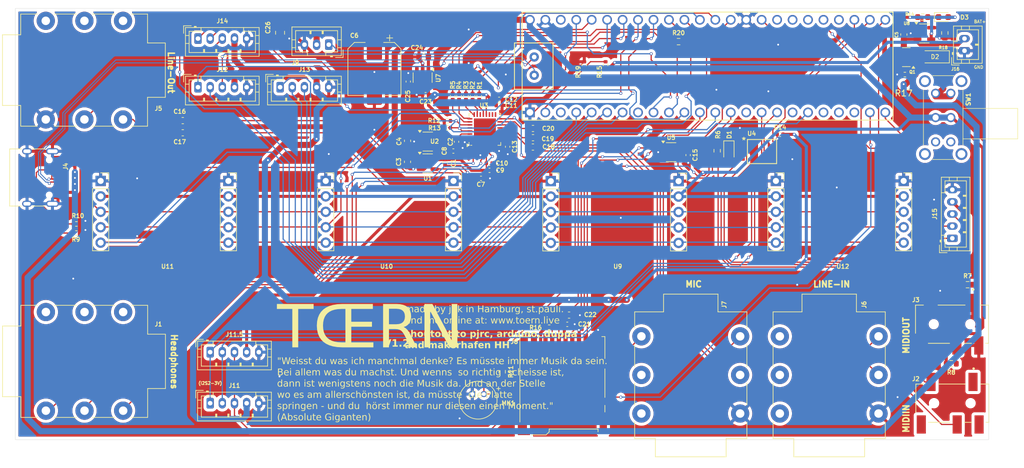
<source format=kicad_pcb>
(kicad_pcb (version 20241229) (generator "pcbnew") (generator_version "9.0")
  (layers (0 "F.Cu" signal) (4 "In1.Cu" signal) (6 "In2.Cu" signal) (2 "B.Cu" signal) (13 "F.Paste" user) (15 "B.Paste" user) (5 "F.SilkS" user "F.Silkscreen") (7 "B.SilkS" user "B.Silkscreen") (1 "F.Mask" user) (3 "B.Mask" user) (25 "Edge.Cuts" user))
  (net 0 "")
  (net 1 "GND")
  (net 2 "+3.3VA")
  (net 3 "+1V8")
  (net 4 "+5V")
  (net 5 "Net-(U1-BP)")
  (net 6 "Net-(U2-BP)")
  (net 7 "+3.3V")
  (net 8 "Net-(U3-VAG)")
  (net 9 "Net-(C16-Pad2)")
  (net 10 "Net-(U3-LINEOUT_R)")
  (net 11 "Net-(U3-LINEOUT_L)")
  (net 12 "Net-(C17-Pad2)")
  (net 13 "Net-(C18-Pad1)")
  (net 14 "LINEIN_R")
  (net 15 "Net-(C19-Pad1)")
  (net 16 "LINEIN_L")
  (net 17 "Net-(C20-Pad1)")
  (net 18 "MIC")
  (net 19 "Net-(U7-BP)")
  (net 20 "Net-(D1-A)")
  (net 21 "Net-(D1-K)")
  (net 24 "Net-(U3-HP_L)")
  (net 25 "Net-(U3-HP_R)")
  (net 26 "Net-(U3-HP_VGND)")
  (net 29 "Net-(J2-Pad3)")
  (net 32 "Net-(J3-Pad2)")
  (net 34 "Net-(J3-Pad3)")
  (net 35 "VBAT")
  (net 36 "D+")
  (net 37 "D-")
  (net 39 "Net-(J4-CC1)")
  (net 41 "Net-(J4-CC2)")
  (net 49 "Net-(MK1-+)")
  (net 52 "12_MISO_MQSL")
  (net 53 "10_CS_MQSR")
  (net 55 "14_A0_TX3_SPDIF_OUT")
  (net 57 "7_RX2_OUT1A")
  (net 58 "17_A3_TX4_SDA1")
  (net 59 "27_A13_SCK1")
  (net 60 "19_A5_SCL")
  (net 61 "18_A4_SDA")
  (net 62 "24_A10_TX6_SCL2")
  (net 63 "25_A11_RX6_SDA2")
  (net 64 "5_IN2")
  (net 65 "15_A1_RX3_SPDIF_IN")
  (net 66 "22_A8_CTX1")
  (net 67 "3_LRCLK2")
  (net 68 "4_BCLK2")
  (net 69 "2_OUT2")
  (net 70 "9_OUT1C")
  (net 71 "16_A2_RX4_SCL1")
  (net 72 "41_A17")
  (net 73 "33_MCLK2")
  (net 74 "32_OUT1B")
  (net 75 "Net-(U3-SYS_MCLK)")
  (net 76 "11_MOSI_CTX1")
  (net 77 "23_A9_CRX1_MCLK1")
  (net 78 "Net-(U3-I2S_LRCLK)")
  (net 79 "Net-(U3-I2S_SCLK)")
  (net 80 "Net-(U3-I2S_DOUT)")
  (net 81 "13_SCK_LED")
  (net 82 "Net-(U3-I2S_DIN)")
  (net 83 "Net-(R7-Pad1)")
  (net 84 "MICBIAS")
  (net 92 "Net-(U5-Pad3)")
  (net 93 "28_RX7")
  (net 94 "6_OUT1D")
  (net 95 "38_CS1_IN1")
  (net 96 "20_A6_TX5_LRCLK1")
  (net 97 "37_CS")
  (net 98 "40_A16")
  (net 99 "0_RX1_CRX2_CS1")
  (net 101 "36_CS")
  (net 102 "1_TX1_CTX2_MISO1")
  (net 103 "21_A7_RX5_BCLK1")
  (net 104 "26_A12_MOSI1")
  (net 105 "34_RX8")
  (net 107 "8_TX2_IN1")
  (net 108 "39_MISO1_OUT1A")
  (net 109 "30_CRX3")
  (net 110 "31_CTX3")
  (net 111 "35_TX8")
  (net 112 "29_TX7")
  (net 115 "VBUS")
  (net 116 "Net-(D2-K)")
  (net 117 "Net-(D3-K)")
  (net 118 "Net-(U8-STAT)")
  (net 119 "Net-(U8-PROG)")
  (net 120 "Net-(J9-Pin_1)")
  (footprint "Diode_SMD:D_SOD-123" (layer "F.Cu") (at 182.15 33 180)
    (property "Reference" "D2")
    (property "Value" "MBR0540")
  )
  (footprint "Resistor_SMD:R_0402_1005Metric" (layer "F.Cu") (at 124.5 34.325 -90)
    (property "Reference" "R19")
    (property "Value" "15k")
  )
  (footprint "Sensor_Audio:POM-2244P-C3310-2-R" (layer "F.Cu") (at 106.1 88.5)
    (property "Reference" "MK1")
    (property "Value" "Microphone_Condenser")
  )
  (footprint "Capacitor_SMD:C_0402_1005Metric" (layer "F.Cu") (at 102.98 48.5)
    (property "Reference" "C8")
    (property "Value" "1u")
  )
  (footprint "Resistor_SMD:R_0603_1608Metric" (layer "F.Cu") (at 111 84.825 -90)
    (property "Reference" "R11")
    (property "Value" "2k2")
  )
  (footprint "Capacitor_SMD:C_0402_1005Metric" (layer "F.Cu") (at 95.565 37.0725 90)
    (property "Reference" "C25")
    (property "Value" "1u")
  )
  (footprint "Resistor_SMD:R_0402_1005Metric" (layer "F.Cu") (at 101.99 43.54)
    (property "Reference" "R12")
    (property "Value" "10k")
  )
  (footprint "Connector_JST:JST_PH_B5B-PH-K_1x05_P2.00mm_Vertical" (layer "F.Cu") (at 185 62.865836 90)
    (property "Reference" "J15")
    (property "Value" "Conn_01x05")
  )
  (footprint "Connector_JST:JST_PH_B5B-PH-K_1x05_P2.00mm_Vertical" (layer "F.Cu") (at 63 81.6)
    (property "Reference" "J11.5")
    (property "Value" "Conn_01x05")
  )
  (footprint "Capacitor_SMD:C_0603_1608Metric" (layer "F.Cu") (at 58.5 43.5 180)
    (property "Reference" "C16")
    (property "Value" "10u")
  )
  (footprint "Resistor_SMD:R_0603_1608Metric" (layer "F.Cu") (at 187.5 70.5)
    (property "Reference" "R7")
    (property "Value" "220R")
  )
  (footprint "Connector_JST:JST_PH_B5B-PH-K_1x05_P2.00mm_Vertical" (layer "F.Cu") (at 63 90)
    (property "Reference" "J11")
    (property "Value" "Conn_01x05")
  )
  (footprint "Capacitor_SMD:C_0603_1608Metric" (layer "F.Cu") (at 116.055 47.85 180)
    (property "Reference" "C18")
    (property "Value" "10u")
  )
  (footprint "Connector_USB:USB_C_Receptacle_HRO_TYPE-C-31-M-12" (layer "F.Cu") (at 33.95 52.86 -90)
    (property "Reference" "J4")
    (property "Value" "USB_C_Receptacle_USB2.0")
  )
  (footprint "Resistor_SMD:R_0402_1005Metric" (layer "F.Cu") (at 103.92 39.51 -90)
    (property "Reference" "R4")
    (property "Value" "22R")
  )
  (footprint "Connector_PinSocket_2.54mm:DuppaI2CEncoderV2.1" (layer "F.Cu") (at 80 46.005)
    (property "Reference" "U10")
    (property "Value" "01x05 Connector_PinSocket_2.54mm" (hide yes))
  )
  (footprint "Capacitor_SMD:C_0603_1608Metric" (layer "F.Cu") (at 177.03 29.335 90)
    (property "Reference" "C5")
    (property "Value" "10u")
  )
  (footprint "Connector_JST:JST_PH_B5B-PH-K_1x05_P2.00mm_Vertical" (layer "F.Cu") (at 61 38)
    (property "Reference" "J12")
    (property "Value" "Conn_01x05")
  )
  (footprint "Resistor_SMD:R_0402_1005Metric" (layer "F.Cu") (at 101.99 44.68)
    (property "Reference" "R13")
    (property "Value" "10k")
  )
  (footprint "Capacitor_SMD:C_0402_1005Metric" (layer "F.Cu") (at 121.7 77.02 180)
    (property "Reference" "C21")
    (property "Value" "100n")
  )
  (footprint "Capacitor_SMD:C_0402_1005Metric" (layer "F.Cu") (at 101.6175 50.39 -90)
    (property "Reference" "C1")
    (property "Value" "1u")
  )
  (footprint "Package_TO_SOT_SMD:SOT-23-6" (layer "F.Cu") (at 138.77 48.69)
    (property "Reference" "U5")
    (property "Value" "74LVC2G14")
  )
  (footprint "Capacitor_SMD:C_0402_1005Metric" (layer "F.Cu") (at 110.5 40)
    (property "Reference" "C12")
    (property "Value" "1u")
  )
  (footprint "Package_TO_SOT_SMD:SOT-23-5" (layer "F.Cu") (at 98.75842 50.53552)
    (property "Reference" "U1")
    (property "Value" "SPX3819M5-L-3-3")
  )
  (footprint "Capacitor_SMD:C_0603_1608Metric" (layer "F.Cu") (at 116.07 46.31 180)
    (property "Reference" "C19")
    (property "Value" "10u")
  )
  (footprint "Capacitor_SMD:C_0603_1608Metric" (layer "F.Cu") (at 122 75.5)
    (property "Reference" "C22")
    (property "Value" "10u")
  )
  (footprint "Capacitor_SMD:C_0805_2012Metric" (layer "F.Cu") (at 74.5 29.04 -90)
    (property "Reference" "C26")
    (property "Value" "100nF")
  )
  (footprint "Resistor_SMD:R_0402_1005Metric" (layer "F.Cu") (at 106.14 39.51 -90)
    (property "Reference" "R2")
    (property "Value" "22R")
  )
  (footprint "myLibKicad:5pin SO6_TOS" (layer "F.Cu") (at 153.7183 48.59)
    (property "Reference" "U4")
    (property "Value" "TLP2361V4_E")
  )
  (footprint "Resistor_SMD:R_0402_1005Metric" (layer "F.Cu") (at 107.23 39.51 -90)
    (property "Reference" "R1")
    (property "Value" "22R")
  )
  (footprint "Connector_JST:JST_PH_B3B-PH-K_1x03_P2.00mm_Vertical" (layer "F.Cu") (at 82.5 31 180)
    (property "Reference" "J9")
    (property "Value" "Conn_01x03")
  )
  (footprint "Capacitor_SMD:C_0402_1005Metric" (layer "F.Cu") (at 111.9 47.8 -90)
    (property "Reference" "C13")
    (property "Value" "150n")
  )
  (footprint "Package_TO_SOT_SMD:SOT-23-5" (layer "F.Cu") (at 180.3925 29.155)
    (property "Reference" "U8")
    (property "Value" "MCP73831-3-OT")
  )
  (footprint "Connector_Audio:Jack_6.35mm_Neutrik_NMJ6HCD2_Horizontal" (layer "F.Cu") (at 150.12 79 -90)
    (property "Reference" "J7")
    (property "Value" "AudioJack3_Switch")
  )
  (footprint "myLibKicad:CUI_SJ2-35863B1-SMT-TR" (layer "F.Cu") (at 184.95 77 180)
    (property "Reference" "J3")
    (property "Value" "CUI_SJ2-35863B1-SMT-TR" (hide yes))
  )
  (footprint "Capacitor_SMD:C_0402_1005Metric" (layer "F.Cu") (at 156.69 45.76)
    (property "Reference" "C14")
    (property "Value" "100n")
  )
  (footprint "LED_SMD:LED_0603_1608Metric" (layer "F.Cu") (at 183.53 26.46)
    (property "Reference" "D3")
    (property "Value" "LED")
  )
  (footprint "Resistor_SMD:R_0402_1005Metric" (layer "F.Cu") (at 41.01 60.5)
    (property "Reference" "R10")
    (property "Value" "5.1k")
  )
  (footprint "Connector_PinSocket_2.54mm:DuppaI2CEncoderV2.1" (layer "F.Cu") (at 117 46.04)
    (property "Reference" "U9")
    (property "Value" "01x05 Connector_PinSocket_2.54mm" (hide yes))
  )
  (footprint "Package_TO_SOT_SMD:SOT-23-5" (layer "F.Cu") (at 97.93 36.4225 -90)
    (property "Reference" "U7")
    (property "Value" "SPX3819M5-L-3-3" (hide yes))
  )
  (footprint "Resistor_SMD:R_0603_1608Metric" (layer "F.Cu") (at 184.825 83.5 180)
    (property "Reference" "R8")
    (property "Value" "220R")
  )
  (footprint "Resistor_SMD:R_0402_1005Metric" (layer "F.Cu") (at 41.01 62)
    (property "Reference" "R9")
    (property "Value" "5.1k")
  )
  (footprint "Capacitor_SMD:CP_Elec_8x10.5" (layer "F.Cu") (at 90 35 -90)
    (property "Reference" "C6")
    (property "Value" "1000uF")
  )
  (footprint "Capacitor_SMD:C_0603_1608Metric" (layer "F.Cu") (at 116.065 44.79 180)
    (property "Reference" "C20")
    (property "Value" "10u")
  )
  (footprint "myLibKicad:CUI_SJ2-35863B1-SMT-TR" (layer "F.Cu") (at 185 90 180)
    (property "Reference" "J2")
    (property "Value" "CUI_SJ2-35863B1-SMT-TR" (hide yes))
  )
  (footprint "Connector_Audio:Jack_6.35mm_Neutrik_NMJ6HCD2_Horizontal" (layer "F.Cu") (at 48.68102 43.307339 180)
    (property "Reference" "J5")
    (property "Value" "AudioJack3_Switch")
  )
  (footprint "Capacitor_SMD:C_0603_1608Metric" (layer "F.Cu") (at 95.45 46.825 -90)
    (property "Reference" "C4")
    (property "Value" "10u")
  )
  (footprint "Capacitor_SMD:C_0603_1608Metric" (layer "F.Cu") (at 58.5 45.5 180)
    (property "Reference" "C17")
    (property "Value" "10u")
  )
  (footprint "Resistor_SMD:R_0402_1005Metric" (layer "F.Cu") (at 118.73 77.5 180)
    (property "Reference" "R16")
    (property "Value" "10k")
  )
  (footprint "Capacitor_SMD:C_0402_1005Metric" (layer "F.Cu") (at 141.5675 49.17 -90)
    (property "Reference" "C15")
    (property "Value" "100n")
  )
  (footprint "Package_TO_SOT_SMD:SOT-23" (layer "F.Cu") (at 177.4375 33.055 180)
    (property "Reference" "Q1")
    (property "Value" "DMG3415")
  )
  (footprint "Connector_JST:JST_PH_B2B-PH-K_1x02_P2.00mm_Vertical" (layer "F.Cu") (at 187 32 90)
    (property "Reference" "J16")
    (property "Value" "BATTERY")
  )
  (footprint "Resistor_SMD:R_0402_1005Metric" (layer "F.Cu") (at 102.87 39.51 -90)
    (property "Reference" "R5")
    (property "Value" "22R")
  )
  (footprint "Package_TO_SOT_SMD:SOT-23-5" (layer "F.Cu") (at 98.77 46.95)
    (property "Reference" "U2")
    (property "Value" "SPX3819M5-L-1-8")
  )
  (footprint "Resistor_SMD:R_0402_1005Metric" (layer "F.Cu") (at 105.05 39.51 -90)
    (property "Reference" "R3")
    (property "Value" "22R")
  )
  (footprint "Diode_SMD:D_SOD-323F" (layer "F.Cu") (at 148.276528 48.447164 -90)
    (property "Reference" "D1")
    (property "Value" "BAT54J")
  )
  (footprint "Resistor_SMD:R_0402_1005Metric" (layer "F.Cu") (at 177.2 35.92)
    (property "Reference" "R17")
    (property "Value" "10k")
  )
  (footprint "Resistor_SMD:R_0603_1608Metric" (layer "F.Cu") (at 180.14 26.46 180)
    (property "Reference" "R14")
    (property "Value" "2k")
  )
  (footprint "Connector_JST:JST_PH_B5B-PH-K_1x05_P2.00mm_Vertical" (layer "F.Cu") (at 74.5 38)
    (property "Reference" "J13")
    (property "Value" "Conn_01x05")
  )
  (footprint "Connector_PinSocket_2.54mm:DuppaI2CEncoderV2.1" (layer "F.Cu") (at 43 46.005)
    (property "Reference" "U11")
    (property "Value" "01x05 Connector_PinSocket_2.54mm" (hide yes))
  )
  (footprint "Capacitor_SMD:C_0603_1608Metric" (layer "F.Cu") (at 98.105 33.0225 180)
    (property "Reference" "C24")
    (property "Value" "10u")
  )
  (footprint "Capacitor_SMD:C_0603_1608Metric" (layer "F.Cu") (at 95.443778 50.283225 -90)
    (property "Reference" "C3")
    (property "Value" "10u")
  )
  (footprint "Package_DFN_QFN:QFN-32-1EP_5x5mm_P0.5mm_EP3.6x3.6mm" (layer "F.Cu") (at 108.16 44.95 90)
    (property "Reference" "U3")
    (property "Value" "SGTL5000XNBA3")
  )
  (footprint "Connector_Card:microSD_HC_Hirose_DM3BT-DSF-PEJS" (layer "F.Cu") (at 120.9 86.925)
    (property "Reference" "J8")
    (property "Value" "Micro_SD_Card")
  )
  (footprint "Capacitor_SMD:C_0402_1005Metric" (layer "F.Cu") (at 110.5 41)
    (property "Reference" "C11")
    (property "Value" "100n")
  )
  (footprint "Resistor_SMD:R_0603_1608Metric" (layer "F.Cu") (at 183.77 29.075 90)
    (property "Reference" "R18")
    (property "Value" "2k")
  )
  (footprint "myLibKicad:EG2219" (layer "F.Cu") (at 184.75 47 90)
    (property "Reference" "SW1")
    (property "Value" "EG2219" (hide yes))
  )
  (footprint "Capacitor_SMD:C_0402_1005Metric" (layer "F.Cu") (at 108.88 50.52)
    (property "Reference" "C10")
    (property "Value" "100n")
  )
  (footprint "Connector_Audio:Jack_6.35mm_Neutrik_NMJ6HCD2_Horizontal" (layer "F.Cu") (at 172.875 79 -90)
    (property "Reference" "J6")
    (property "Value" "AudioJack3_Switch")
  )
  (footprint "Capacitor_SMD:C_0402_1005Metric" (layer "F.Cu") (at 103.5 46.98 -90)
    (property "Reference" "C2")
    (property "Value" "1u")
  )
  (footprint "Connector_JST:JST_PH_B5B-PH-K_1x05_P2.00mm_Vertical" (layer "F.Cu") (at 61 30)
    (property "Reference" "J14")
    (property "Value" "Conn_01x05")
  )
  (footprint "Capacitor_SMD:C_0402_1005Metric" (layer "F.Cu") (at 98.415 39.2325 180)
    (property "Reference" "C23")
    (property "Value" "1u")
  )
  (footprint "Resistor_SMD:R_0402_1005Metric" (layer "F.Cu") (at 128 34.325 90)
    (property "Reference" "R15")
    (property "Value" "10k")
  )
  (footprint "Capacitor_SMD:C_0402_1005Metric" (layer "F.Cu") (at 107.52 53)
    (property "Reference" "C7")
    (property "Value" "1u")
  )
  (footprint "Connector_PinSocket_2.54mm:DuppaI2CEncoderV2.1" (layer "F.Cu") (at 154 46.005)
    (property "Reference" "U12")
    (property "Value" "01x05 Connector_PinSocket_2.54mm" (hide yes))
  )
  (footprint "Resistor_SMD:R_0603_1608Metric" (layer "F.Cu") (at 140 30.5)
    (property "Reference" "R20")
    (property "Value" "220R")
  )
  (footprint "myLibKicad:Teensy41" (layer "F.Cu") (at 144.77 34.53)
    (property "Reference" "U6" (hide yes))
    (property "Value" "Teensy4.1" (hide yes))
  )
  (footprint "Resistor_SMD:R_0603_1608Metric" (layer "F.Cu") (at 146.34 48.46 -90)
    (property "Reference" "R6")
    (property "Value" "220R")
  )
  (footprint "Capacitor_SMD:C_0402_1005Metric" (layer "F.Cu") (at 108.92 51.68)
    (property "Reference" "C9")
    (property "Value" "1u")
  )
  (footprint "Connector_Audio:Jack_6.35mm_Neutrik_NMJ6HCD2_Horizontal" (layer "F.Cu") (at 48.7 91.23 180)
    (property "Reference" "J1")
    (property "Value" "AudioJack3_Switch")
  )
  (gr_rect (start 30.98 25.04) (end 190.98 96) (stroke (width 0.05)) (fill no) (layer "Edge.Cuts"))
  (gr_text "shoutout to pjrc, arduino, duppa \nand makerhafen HH" (at 95 78 0) (layer "F.SilkS") (effects (font (size 1.1 1.1) (thickness 0.16) (bold yes)) (justify left top)))
  (gr_text "MIDIIN" (at 178 95 90) (layer "F.SilkS") (effects (font (size 1 1) (thickness 0.25) (bold yes)) (justify left bottom)))
  (gr_text "{dblquote}Weisst du was ich manchmal denke? Es müsste immer Musik da sein. \nBei allem was du machst. Und wenns  so richtig  scheisse ist, \ndann ist wenigstens noch die Musik da. Und an der Stelle  \nwo es am allerschönsten ist, da müsste  die Platte \nspringen - und du  hörst immer nur diesen einen Moment.{dblquote}\n(Absolute Giganten)\n" (at 74 93 0) (layer "F.SilkS") (effects (font (size 1.1 1.1) (thickness 0.1)) (justify left bottom)))
  (gr_text "MIC" (at 141 71 0) (layer "F.SilkS") (effects (font (size 1 1) (thickness 0.25) (bold yes)) (justify left bottom)))
  (gr_text "TŒRN" (at 74 82 0) (layer "F.SilkS") (effects (font (size 7 7) (thickness 0.1)) (justify left bottom)))
  (gr_text "V1.2" (at 91.5 79.5 0) (layer "F.SilkS") (effects (font (size 1.2 1.2) (thickness 0.125) (bold yes)) (justify left top)))
  (gr_text "MIDIOUT" (at 178 82 90) (layer "F.SilkS") (effects (font (size 1 1) (thickness 0.25) (bold yes)) (justify left bottom)))
  (gr_text "Line-Out" (at 56 32 270) (layer "F.SilkS") (effects (font (size 1 1) (thickness 0.25) (bold yes)) (justify left bottom)))
  (gr_text "LINE-IN" (at 162 71 0) (layer "F.SilkS") (effects (font (size 1 1) (thickness 0.25) (bold yes)) (justify left bottom)))
  (gr_text "Headphones" (at 56.5 78.5 270) (layer "F.SilkS") (effects (font (size 1 1) (thickness 0.25) (bold yes)) (justify left bottom)))
  (gr_text "made by jpk in Hamburg, st.pauli.\nfind me online at: www.toern.live" (at 94.98783 73.93356 0) (layer "F.SilkS") (effects (font (size 1.1 1.1) (thickness 0.125)) (justify left top)))
  (gr_text "GND" (at 188.5 35 0) (layer "F.SilkS") (effects (font (size 0.5 0.5) (thickness 0.1)) (justify left bottom)))
  (gr_text "BAT+" (at 188.5 27.5 0) (layer "F.SilkS") (effects (font (size 0.5 0.5) (thickness 0.1)) (justify left bottom)))
  (gr_text "(I2S2-3V)" (at 61 87 0) (layer "F.SilkS") (effects (font (size 0.5 0.5) (thickness 0.125) (bold yes)) (justify left bottom)))
  (segment (start 141.5675 49.65) (end 141.5675 50.4175) (width 0.2) (layer "F.Cu") (net 1))
  (segment (start 110.17 51.68) (end 110.18 51.69) (width 0.2) (layer "F.Cu") (net 1))
  (segment (start 123.625 79.3) (end 123.66 79.265) (width 0.5) (layer "F.Cu") (net 1))
  (segment (start 105.5 47.5) (end 106.31 47.5) (width 0.2) (layer "F.Cu") (net 1))
  (segment (start 156.21 46.46) (end 156.24 46.49) (width 0.2) (layer "F.Cu") (net 1))
  (segment (start 141.5675 50.4175) (end 141.59 50.44) (width 0.2) (layer "F.Cu") (net 1))
  (segment (start 95.825553 51.44) (end 95.443778 51.058225) (width 0.5) (layer "F.Cu") (net 1))
  (segment (start 105.3 46.2) (end 105.71 46.2) (width 0.2) (layer "F.Cu") (net 1))
  (segment (start 109.41 46.2) (end 108.16 44.95) (width 0.2) (layer "F.Cu") (net 1))
  (segment (start 74.5 29.99) (end 76 29.99) (width 0.5) (layer "F.Cu") (net 1))
  (segment (start 42 60.5) (end 41.53 60.5) (width 0.2) (layer "F.Cu") (net 1))
  (segment (start 80.749 33.249) (end 87.749 33.249) (width 0.5) (layer "F.Cu") (net 1))
  (segment (start 110.095614 48.5) (end 109.41 47.814386) (width 0.2) (layer "F.Cu") (net 1))
  (segment (start 96.5425 46.95) (end 96.5325 46.94) (width 0.5) (layer "F.Cu") (net 1))
  (segment (start 96.9475 39.2325) (end 96.94 39.24) (width 0.5) (layer "F.Cu") (net 1))
  (segment (start 123.66 79.265) (end 123.66 78) (width 0.5) (layer "F.Cu") (net 1))
  (segment (start 177.59 28.56) (end 178.16 29.13) (width 0.5) (layer "F.Cu") (net 1))
  (segment (start 122.795 75.52) (end 123.78 75.52) (width 0.5) (layer "F.Cu") (net 1))
  (segment (start 107.41 49.18) (end 107.42 49.19) (width 0.2) (layer "F.Cu") (net 1))
  (segment (start 95.8725 47.6) (end 96.5325 46.94) (width 0.5) (layer "F.Cu") (net 1))
  (segment (start 35.955 43.335) (end 35.955 43.455) (width 0.2) (layer "F.Cu") (net 1))
  (segment (start 97.33 33.44) (end 97.94 34.05) (width 0.5) (layer "F.Cu") (net 1))
  (segment (start 111.9 49) (end 111.92 49.02) (width 0.2) (layer "F.Cu") (net 1))
  (segment (start 76 29.99) (end 77.49 29.99) (width 0.5) (layer "F.Cu") (net 1))
  (segment (start 42.5 60) (end 42 60.5) (width 0.2) (layer "F.Cu") (net 1))
  (segment (start 110.5 48.5) (end 110.095614 48.5) (width 0.2) (layer "F.Cu") (net 1))
  (segment (start 116.165 42.15) (end 115.56 42.15) (width 0.2) (layer "F.Cu") (net 1))
  (segment (start 104.5 48) (end 104 48.5) (width 0.5) (layer "F.Cu") (net 1))
  (segment (start 42.01 61.99) (end 42.5 61.5) (width 0.2) (layer "F.Cu") (net 1))
  (segment (start 97.6325 46.95) (end 96.5425 46.95) (width 0.5) (layer "F.Cu") (net 1))
  (segment (start 183.77 29.9) (end 182.89 29.9) (width 0.5) (layer "F.Cu") (net 1))
  (segment (start 136.65 48.69) (end 137.6325 48.69) (width 0.2) (layer "F.Cu") (net 1))
  (segment (start 78.5 31) (end 80.749 33.249) (width 0.5) (layer "F.Cu") (net 1))
  (segment (start 156.21 45.76) (end 156.21 46.46) (width 0.2) (layer "F.Cu") (net 1))
  (segment (start 157.16 49.86) (end 158.69 49.86) (width 0.2) (layer "F.Cu") (net 1))
  (segment (start 104.847429 46.652571) (end 105.3 46.2) (width 0.2) (layer "F.Cu") (net 1))
  (segment (start 95.45 47.6) (end 95.8725 47.6) (width 0.5) (layer "F.Cu") (net 1))
  (segment (start 95.565 36.5925) (end 95.565 35.685) (width 0.5) (layer "F.Cu") (net 1))
  (segment (start 177.03 28.56) (end 177.59 28.56) (width 0.5) (layer "F.Cu") (net 1))
  (segment (start 126.775 77.95) (end 126.775 79.2) (width 0.5) (layer "F.Cu") (net 1))
  (segment (start 109.41 47.4) (end 109.41 46.2) (width 0.2) (layer "F.Cu") (net 1))
  (segment (start 109.4 51.68) (end 110.17 51.68) (width 0.2) (layer "F.Cu") (net 1))
  (segment (start 87.749 33.249) (end 90 35.5) (width 0.5) (layer "F.Cu") (net 1))
  (segment (start 158.69 49.86) (end 158.7 49.85) (width 0.2) (layer "F.Cu") (net 1))
  (segment (start 107.41 47.4) (end 107.41 49.18) (width 0.2) (layer "F.Cu") (net 1))
  (segment (start 106.31 47.5) (end 106.41 47.4) (width 0.2) (layer "F.Cu") (net 1))
  (segment (start 96.3925 51.44) (end 96.3925 50.82104) (width 0.5) (layer "F.Cu") (net 1))
  (segment (start 96.3925 50.82104) (end 96.67802 50.53552) (width 0.5) (layer "F.Cu") (net 1))
  (segment (start 97.33 33.0225) (end 97.33 33.44) (width 0.5) (layer "F.Cu") (net 1))
  (segment (start 95.565 35.685) (end 95.57 35.68) (width 0.5) (layer "F.Cu") (net 1))
  (segment (start 178.185 29.155) (end 178.16 29.13) (width 0.5) (layer "F.Cu") (net 1))
  (segment (start 110.17 50.55) (end 109.39 50.55) (width 0.2) (layer "F.Cu") (net 1))
  (segment (start 176.69 35.92) (end 175.95 35.92) (width 0.2) (layer "F.Cu") (net 1))
  (segment (start 97.93 34.06) (end 97.94 34.05) (width 0.5) (layer "F.Cu") (net 1))
  (segment (start 104 48.5) (end 103.46 48.5) (width 0.5) (layer "F.Cu") (net 1))
  (segment (start 179.255 29.155) (end 178.185 29.155) (width 0.5) (layer "F.Cu") (net 1))
  (segment (start 103.96 47.46) (end 103.5 47.46) (width 0.5) (layer "F.Cu") (net 1))
  (segment (start 101.6175 50.87) (end 104.157866 50.87) (width 0.2) (layer "F.Cu") (net 1))
  (segment (start 110.956134 41) (end 111.73147 41) (width 0.2) (layer "F.Cu") (net 1))
  (segment (start 124.5 33.815) (end 116.165 42.15) (width 0.2) (layer "F.Cu") (net 1))
  (segment (start 109.41 47.814386) (end 109.41 47.12) (width 0.2) (layer "F.Cu") (net 1))
  (segment (start 96.67802 50.53552) (end 97.62092 50.53552) (width 0.5) (layer "F.Cu") (net 1))
  (segment (start 110.98 40) (end 112.5 40) (width 0.2) (layer "F.Cu") (net 1))
  (segment (start 97.935 39.2325) (end 96.9475 39.2325) (width 0.5) (layer "F.Cu") (net 1))
  (segment (start 104.847429 47.05) (end 104.847429 46.652571) (width 0.2) (layer "F.Cu") (net 1))
  (segment (start 104.157866 50.87) (end 105.318578 52.030712) (width 0.2) (layer "F.Cu") (net 1))
  (segment (start 111.73147 41) (end 112.115735 40.615735) (width 0.2) (layer "F.Cu") (net 1))
  (segment (start 111.9 48.28) (end 111.9 49) (width 0.2) (layer "F.Cu") (net 1))
  (segment (start 90 35.5) (end 90 38.7) (width 1) (layer "F.Cu") (net 1))
  (segment (start 97.93 35.285) (end 97.93 34.06) (width 0.5) (layer "F.Cu") (net 1))
  (segment (start 182.89 29.9) (end 182.88 29.91) (width 0.5) (layer "F.Cu") (net 1))
  (segment (start 122.18 77.02) (end 122.9 77.02) (width 0.5) (layer "F.Cu") (net 1))
  (segment (start 104.847429 47.05) (end 104.86 47.05) (width 0.2) (layer "F.Cu") (net 1))
  (segment (start 104.5 48) (end 103.96 47.46) (width 0.5) (layer "F.Cu") (net 1))
  (segment (start 77.49 29.99) (end 78.5 31) (width 0.5) (layer "F.Cu") (net 1))
  (segment (start 175.95 35.92) (end 175.94 35.91) (width 0.2) (layer "F.Cu") (net 1))
  (segment (start 109 53) (end 108 53) (width 0.2) (layer "F.Cu") (net 1))
  (segment (start 101.6475 50.9) (end 101.6175 50.87) (width 0.2) (layer "F.Cu") (net 1))
  (segment (start 41.45 61.99) (end 42.01 61.99) (width 0.2) (layer "F.Cu") (net 1))
  (segment (start 105.71 46.2) (end 105.71 46.7) (width 0.2) (layer "F.Cu") (net 1))
  (segment (start 96.3925 51.44) (end 95.825553 51.44) (width 0.5) (layer "F.Cu") (net 1))
  (via (at 95.57 35.68) (size 0.5) (drill 0.3) (layers "F.Cu" "B.Cu") (net 1))
  (via (at 111.6 35.91) (size 0.5) (drill 0.3) (layers "F.Cu" "B.Cu") (net 1))
  (via (at 111.92 49.02) (size 0.5) (drill 0.3) (layers "F.Cu" "B.Cu") (net 1))
  (via (at 107.42 49.19) (size 0.5) (drill 0.3) (layers "F.Cu" "B.Cu") (net 1))
  (via (at 97.94 34.05) (size 0.5) (drill 0.3) (layers "F.Cu" "B.Cu") (net 1))
  (via (at 123.626208 77.95) (size 0.5) (drill 0.3) (layers "F.Cu" "B.Cu") (net 1))
  (via (at 51 53) (size 0.5) (drill 0.3) (layers "F.Cu" "B.Cu") (net 1))
  (via (at 126.775 77.95) (size 0.5) (drill 0.3) (layers "F.Cu" "B.Cu") (net 1))
  (via (at 105.5 47.5) (size 0.5) (drill 0.3) (layers "F.Cu" "B.Cu") (net 1))
  (via (at 74.4 85.6) (size 0.5) (drill 0.3) (layers "F.Cu" "B.Cu") (net 1))
  (via (at 40.5 69.5) (size 0.5) (drill 0.3) (layers "F.Cu" "B.Cu") (net 1))
  (via (at 141.59 50.44) (size 0.5) (drill 0.3) (layers "F.Cu" "B.Cu") (net 1))
  (via (at 105.5 34.05) (size 0.5) (drill 0.3) (layers "F.Cu" "B.Cu") (net 1))
  (via (at 76 29.99) (size 0.5) (drill 0.3) (layers "F.Cu" "B.Cu") (net 1))
  (via (at 104.5 48) (size 0.5) (drill 0.3) (layers "F.Cu" "B.Cu") (net 1))
  (via (at 112.115735 40.615735) (size 0.6) (drill 0.3) (layers "F.Cu" "B.Cu") (net 1))
  (via (at 159.5 70.5) (size 0.5) (drill 0.3) (layers "F.Cu" "B.Cu") (net 1))
  (via (at 90 45) (size 0.5) (drill 0.3) (layers "F.Cu" "B.Cu") (net 1))
  (via (at 146.22 38.42) (size 0.5) (drill 0.3) (layers "F.Cu" "B.Cu") (net 1))
  (via (at 123.78 75.52) (size 0.5) (drill 0.3) (layers "F.Cu" "B.Cu") (net 1))
  (via (at 90 35.5) (size 0.5) (drill 0.3) (layers "F.Cu" "B.Cu") (net 1))
  (via (at 154.76 38.68) (size 0.5) (drill 0.3) (layers "F.Cu" "B.Cu") (net 1))
  (via (at 42.5 61.5) (size 0.5) (drill 0.3) (layers "F.Cu" "B.Cu") (net 1))
  (via (at 150.08 44.72) (size 0.5) (drill 0.3) (layers "F.Cu" "B.Cu") (net 1))
  (via (at 42.5 60) (size 0.5) (drill 0.3) (layers "F.Cu" "B.Cu") (net 1))
  (via (at 156.37 31) (size 0.5) (drill 0.3) (layers "F.Cu" "B.Cu") (net 1))
  (via (at 82.5 49) (size 0.5) (drill 0.3) (layers "F.Cu" "B.Cu") (net 1))
  (via (at 96.5325 46.94) (size 0.5) (drill 0.3) (layers "F.Cu" "B.Cu") (net 1))
  (via (at 105.318578 52.030712) (size 0.5) (drill 0.3) (layers "F.Cu" "B.Cu") (net 1))
  (via (at 136.65 48.69) (size 0.5) (drill 0.3) (layers "F.Cu" "B.Cu") (net 1))
  (via (at 112.5 40) (size 0.6) (drill 0.3) (layers "F.Cu" "B.Cu") (net 1))
  (via (at 110.18 51.69) (size 0.5) (drill 0.3) (layers "F.Cu" "B.Cu") (net 1))
  (via (at 110.17 50.55) (size 0.5) (drill 0.3) (layers "F.Cu" "B.Cu") (net 1))
  (via (at 104.847429 47.05) (size 0.5) (drill 0.3) (layers "F.Cu" "B.Cu") (net 1))
  (via (at 188 69) (size 0.5) (drill 0.3) (layers "F.Cu" "B.Cu") (net 1))
  (via (at 175.94 35.91) (size 0.5) (drill 0.3) (layers "F.Cu" "B.Cu") (net 1))
  (via (at 104 92.5) (size 0.5) (drill 0.3) (layers "F.Cu" "B.Cu") (net 1))
  (via (at 178.16 29.13) (size 0.5) (drill 0.3) (layers "F.Cu" "B.Cu") (net 1))
  (via (at 166 54.5) (size 0.5) (drill 0.3) (layers "F.Cu" "B.Cu") (net 1))
  (via (at 110.5 48.5) (size 0.5) (drill 0.3) (layers "F.Cu" "B.Cu") (net 1))
  (via (at 96.94 39.24) (size 0.5) (drill 0.3) (layers "F.Cu" "B.Cu") (net 1))
  (via (at 51 62.5) (size 0.5) (drill 0.3) (layers "F.Cu" "B.Cu") (net 1))
  (via (at 183 71.5) (size 0.5) (drill 0.3) (layers "F.Cu" "B.Cu") (net 1))
  (via (at 158.7 49.85) (size 0.5) (drill 0.3) (layers "F.Cu" "B.Cu") (net 1))
  (via (at 122.92 77) (size 0.5) (drill 0.3) (layers "F.Cu" "B.Cu") (net 1))
  (via (at 105.5 28.5) (size 0.5) (drill 0.3) (layers "F.Cu" "B.Cu") (net 1))
  (via (at 130.5 59.5) (size 0.5) (drill 0.3) (layers "F.Cu" "B.Cu") (net 1))
  (via (at 182 56.5) (size 0.5) (drill 0.3) (layers "F.Cu" "B.Cu") (net 1))
  (via (at 182.88 29.91) (size 0.5) (drill 0.3) (layers "F.Cu" "B.Cu") (net 1))
  (via (at 109 53) (size 0.5) (drill 0.3) (layers "F.Cu" "B.Cu") (net 1))
  (via (at 96.3925 51.44) (size 0.5) (drill 0.3) (layers "F.Cu" "B.Cu") (net 1))
  (via (at 156.24 46.49) (size 0.5) (drill 0.3) (layers "F.Cu" "B.Cu") (net 1))
  (via (at 176 89) (size 0.5) (drill 0.3) (layers "F.Cu" "B.Cu") (net 1))
  (segment (start 139.960051 53.5) (end 140 53.460051) (width 0.2) (layer "B.Cu") (net 1))
  (segment (start 119 53.46) (end 119.04 53.5) (width 0.2) (layer "B.Cu") (net 1))
  (segment (start 100.2204 49.91) (end 101.6175 49.91) (width 0.5) (layer "F.Cu") (net 2))
  (segment (start 108.41 47.4) (end 108.41 50.51) (width 0.2) (layer "F.Cu") (net 2))
  (segment (start 104.187817 49.91) (end 101.6175 49.91) (width 0.5) (layer "F.Cu") (net 2))
  (segment (start 99.89592 49.58552) (end 100.2204 49.91) (width 0.5) (layer "F.Cu") (net 2))
  (segment (start 108.4 50.52) (end 108.4 51.64) (width 0.2) (layer "F.Cu") (net 2))
  (segment (start 105.957817 51.68) (end 104.187817 49.91) (width 0.5) (layer "F.Cu") (net 2))
  (segment (start 108.44 51.68) (end 105.957817 51.68) (width 0.5) (layer "F.Cu") (net 2))
  (segment (start 99.9075 46) (end 101.635 46) (width 0.5) (layer "F.Cu") (net 3))
  (segment (start 104.3 45.7) (end 105.71 45.7) (width 0.2) (layer "F.Cu") (net 3))
  (segment (start 101.64 46.005) (end 102.135 46.5) (width 0.2) (layer "F.Cu") (net 3))
  (segment (start 102.135 46.5) (end 103.5 46.5) (width 0.2) (layer "F.Cu") (net 3))
  (segment (start 103.5 46.5) (end 104.3 45.7) (width 0.2) (layer "F.Cu") (net 3))
  (segment (start 176.999949 55.965) (end 177 55.965051) (width 0.5) (layer "F.Cu") (net 4))
  (segment (start 139.9075 48.69) (end 141.5675 48.69) (width 0.2) (layer "F.Cu") (net 4))
  (segment (start 115.56 26.91) (end 98.86 26.91) (width 1) (layer "F.Cu") (net 4))
  (segment (start 82 27) (end 80.5 28.5) (width 1) (layer "F.Cu") (net 4))
  (segment (start 93.3525 46.05) (end 93.3425 46.06) (width 0.5) (layer "F.Cu") (net 4))
  (segment (start 81.91 26.91) (end 82 27) (width 1) (layer "F.Cu") (net 4))
  (segment (start 93.3425 46.06) (end 93.3425 32.4275) (width 1) (layer "F.Cu") (net 4))
  (segment (start 93.3425 32.4275) (end 98.86 26.91) (width 1) (layer "F.Cu") (net 4))
  (segment (start 104 26.91) (end 98.86 26.91) (width 0.5) (layer "F.Cu") (net 4))
  (segment (start 96.234949 55.965051) (end 103 55.965051) (width 0.5) (layer "F.Cu") (net 4))
  (segment (start 98.86 26.91) (end 90 26.91) (width 1) (layer "F.Cu") (net 4))
  (segment (start 185 43) (end 182.25 43) (width 0.5) (layer "F.Cu") (net 4))
  (segment (start 98.283419 49.58552) (end 98.73342 50.035521) (width 0.5) (layer "F.Cu") (net 4))
  (segment (start 80.5 28.5) (end 80.5 31.36) (width 1) (layer "F.Cu") (net 4))
  (segment (start 80 72.2) (end 96.234949 55.965051) (width 0.5) (layer "F.Cu") (net 4))
  (segment (start 97.6325 47.9) (end 98.294999 47.9) (width 0.5) (layer "F.Cu") (net 4))
  (segment (start 184 79.1) (end 184.55 78.55) (width 0.5) (layer "F.Cu") (net 4))
  (segment (start 176.965051 56) (end 177 55.965051) (width 1) (layer "F.Cu") (net 4))
  (segment (start 97.62092 49.58552) (end 98.283419 49.58552) (width 0.5) (layer "F.Cu") (net 4))
  (segment (start 74.5 28) (end 75.59 26.91) (width 1) (layer "F.Cu") (net 4))
  (segment (start 184 83.5) (end 184 79.1) (width 0.5) (layer "F.Cu") (net 4))
  (segment (start 103.034949 56) (end 103 55.965051) (width 0.5) (layer "F.Cu") (net 4))
  (segment (start 142.75 51.25) (end 142.75 48.98) (width 0.5) (layer "F.Cu") (net 4))
  (segment (start 98.3425 46) (end 97.6325 46) (width 0.5) (layer "F.Cu") (net 4))
  (segment (start 98.88 32.03) (end 104 26.91) (width 0.5) (layer "F.Cu") (net 4))
  (segment (start 93.3425 46.06) (end 93.3425 47.406947) (width 1) (layer "F.Cu") (net 4))
  (segment (start 98.186104 51.48552) (end 97.62092 51.48552) (width 0.5) (layer "F.Cu") (net 4))
  (segment (start 96.98 35.947499) (end 97.430001 36.3975) (width 0.5) (layer "F.Cu") (net 4))
  (segment (start 82.09 26.91) (end 82 27) (width 1) (layer "F.Cu") (net 4))
  (segment (start 98.6725 36.3975) (end 98.88 36.19) (width 0.5) (layer "F.Cu") (net 4))
  (segment (start 98.745 47.449999) (end 98.745 46.4025) (width 0.5) (layer "F.Cu") (net 4))
  (segment (start 144 52) (end 143.5 52) (width 0.5) (layer "F.Cu") (net 4))
  (segment (start 90 26.91) (end 82.09 26.91) (width 1) (layer "F.Cu") (net 4))
  (segment (start 98.88 33.0225) (end 98.88 32.03) (width 0.5) (layer "F.Cu") (net 4))
  (segment (start 98.73342 50.035521) (end 98.73342 50.938204) (width 0.5) (layer "F.Cu") (net 4))
  (segment (start 65.999949 55.965) (end 66 55.965051) (width 0.5) (layer "F.Cu") (net 4))
  (segment (start 95.521073 49.58552) (end 97.62092 49.58552) (width 0.5) (layer "F.Cu") (net 4))
  (segment (start 66 55.965051) (end 66.034949 56) (width 1) (layer "F.Cu") (net 4))
  (segment (start 97.430001 36.3975) (end 98.6725 36.3975) (width 0.5) (layer "F.Cu") (net 4))
  (segment (start 97.6325 46) (end 95.5 46) (width 0.5) (layer "F.Cu") (net 4))
  (segment (start 156 55.965) (end 176.999949 55.965) (width 0.5) (layer "F.Cu") (net 4))
  (segment (start 96.98 35.285) (end 96.98 35.947499) (width 0.5) (layer "F.Cu") (net 4))
  (segment (start 93.3425 47.406947) (end 95.443778 49.508225) (width 1) (layer "F.Cu") (net 4))
  (segment (start 73.2 72.2) (end 80 72.2) (width 0.5) (layer "F.Cu") (net 4))
  (segment (start 190 48) (end 185 43) (width 0.5) (layer "F.Cu") (net 4))
  (segment (start 188.95 78.55) (end 190 77.5) (width 0.5) (layer "F.Cu") (net 4))
  (segment (start 143.5 52) (end 142.75 51.25) (width 0.5) (layer "F.Cu") (net 4))
  (segment (start 98.88 33.0225) (end 98.88 35.285) (width 0.5) (layer "F.Cu") (net 4))
  (segment (start 98.88 36.19) (end 98.88 35.285) (width 0.5) (layer "F.Cu") (net 4))
  (segment (start 45 55.965) (end 65.999949 55.965) (width 0.5) (layer "F.Cu") (net 4))
  (segment (start 184.55 78.55) (end 188.95 78.55) (width 0.5) (layer "F.Cu") (net 4))
  (segment (start 69 81.6) (end 69 76.4) (width 0.5) (layer "F.Cu") (net 4))
  (segment (start 142.75 48.98) (end 142.46 48.69) (width 0.5) (layer "F.Cu") (net 4))
  (segment (start 75.59 26.91) (end 81.91 26.91) (width 1) (layer "F.Cu") (net 4))
  (segment (start 98.73342 50.938204) (end 98.186104 51.48552) (width 0.5) (layer "F.Cu") (net 4))
  (segment (start 81.999949 55.965051) (end 82 55.965) (width 0.5) (layer "F.Cu") (net 4))
  (segment (start 95.45 46.05) (end 93.3525 46.05) (width 0.5) (layer "F.Cu") (net 4))
  (segment (start 119 56) (end 103.034949 56) (width 0.5) (layer "F.Cu") (net 4))
  (segment (start 66 55.965051) (end 81.999949 55.965051) (width 0.5) (layer "F.Cu") (net 4))
  (segment (start 81.965 56) (end 82 55.965) (width 1) (layer "F.Cu") (net 4))
  (segment (start 69 76.4) (end 73.2 72.2) (width 0.5) (layer "F.Cu") (net 4))
  (segment (start 156 55.965) (end 156.035 56) (width 1) (layer "F.Cu") (net 4))
  (segment (start 98.294999 47.9) (end 98.745 47.449999) (width 0.5) (layer "F.Cu") (net 4))
  (segment (start 142.46 48.69) (end 141.5675 48.69) (width 0.5) (layer "F.Cu") (net 4))
  (segment (start 74.5 28.09) (end 74.5 28) (width 1) (layer "F.Cu") (net 4))
  (segment (start 190 77.5) (end 190 48) (width 0.5) (layer "F.Cu") (net 4))
  (segment (start 98.745 46.4025) (end 98.3425 46) (width 0.5) (layer "F.Cu") (net 4))
  (segment (start 90 31.3) (end 90 26.91) (width 1) (layer "F.Cu") (net 4))
  (via (at 144 52) (size 0.5) (drill 0.3) (layers "F.Cu" "B.Cu") (net 4))
  (segment (start 102.965051 56) (end 103 55.965051) (width 1) (layer "B.Cu") (net 4))
  (segment (start 122.39 34.89) (end 115.56 28.06) (width 1) (layer "B.Cu") (net 4))
  (segment (start 119.000051 56.000051) (end 119 56) (width 0.5) (layer "B.Cu") (net 4))
  (segment (start 139.999949 56) (end 140 56.000051) (width 1) (layer "B.Cu") (net 4))
  (segment (start 115.56 28.06) (end 115.56 26.91) (width 1) (layer "B.Cu") (net 4))
  (segment (start 140 56.000051) (end 155.964949 56.000051) (width 0.5) (layer "B.Cu") (net 4))
  (segment (start 140 56.000026) (end 140 56.000051) (width 0.5) (layer "B.Cu") (net 4))
  (segment (start 144 52.000026) (end 140 56.000026) (width 0.5) (layer "B.Cu") (net 4))
  (segment (start 170.02 34.89) (end 122.39 34.89) (width 1) (layer "B.Cu") (net 4))
  (segment (start 182.25 43) (end 178.13 43) (width 0.5) (layer "B.Cu") (net 4))
  (segment (start 155.964949 56.000051) (end 156 55.965) (width 0.5) (layer "B.Cu") (net 4))
  (segment (start 140 56.000051) (end 119.000051 56.000051) (width 0.5) (layer "B.Cu") (net 4))
  (segment (start 102.999949 55.965) (end 103 55.965051) (width 0.5) (layer "B.Cu") (net 4))
  (segment (start 156.59 44.91) (end 149.5 52) (width 0.5) (layer "B.Cu") (net 4))
  (segment (start 149.5 52) (end 144 52) (width 0.5) (layer "B.Cu") (net 4))
  (segment (start 184.75 43) (end 182.25 43) (width 0.5) (layer "B.Cu") (net 4))
  (segment (start 176.22 44.91) (end 156.59 44.91) (width 0.5) (layer "B.Cu") (net 4))
  (segment (start 82 55.965) (end 82.035 56) (width 1) (layer "B.Cu") (net 4))
  (segment (start 144 52) (end 144 52.000026) (width 0.5) (layer "B.Cu") (net 4))
  (segment (start 178.13 43) (end 170.02 34.89) (width 1) (layer "B.Cu") (net 4))
  (segment (start 184.75 43) (end 178.13 43) (width 1) (layer "B.Cu") (net 4))
  (segment (start 178.13 43) (end 176.22 44.91) (width 0.5) (layer "B.Cu") (net 4))
  (segment (start 140 56.000051) (end 140.000051 56) (width 1) (layer "B.Cu") (net 4))
  (segment (start 155.965 56) (end 156 55.965) (width 1) (layer "B.Cu") (net 4))
  (segment (start 82 55.965) (end 102.999949 55.965) (width 0.5) (layer "B.Cu") (net 4))
  (segment (start 99.84 51.54144) (end 99.89592 51.48552) (width 0.2) (layer "F.Cu") (net 5))
  (segment (start 99.89592 51.48552) (end 99.93144 51.45) (width 0.2) (layer "F.Cu") (net 5))
  (segment (start 105.5 53) (end 107.04 53) (width 0.2) (layer "F.Cu") (net 5))
  (segment (start 99.93144 51.45) (end 103.95 51.45) (width 0.2) (layer "F.Cu") (net 5))
  (segment (start 103.95 51.45) (end 105.5 53) (width 0.2) (layer "F.Cu") (net 5))
  (segment (start 99.9075 47.9) (end 101.40255 47.9) (width 0.5) (layer "F.Cu") (net 6))
  (segment (start 102.00255 48.5) (end 102.5 48.5) (width 0.5) (layer "F.Cu") (net 6))
  (segment (start 101.40255 47.9) (end 102.00255 48.5) (width 0.5) (layer "F.Cu") (net 6))
  (segment (start 120.575 81) (end 121.425 80.15) (width 0.5) (layer "F.Cu") (net 7))
  (segment (start 79 35) (end 68.5 35) (width 1) (layer "F.Cu") (net 7))
  (segment (start 98.88 37.56) (end 98.88 39.2175) (width 0.5) (layer "F.Cu") (net 7))
  (segment (start 187.55 59.415836) (end 185 56.865836) (width 0.5) (layer "F.Cu") (net 7))
  (segment (start 110.02 40) (end 110.02 41) (width 0.5) (layer "F.Cu") (net 7))
  (segment (start 108.41 42.5) (end 108.39 42.48) (width 0.2) (layer "F.Cu") (net 7))
  (segment (start 108.39 42.48) (end 108.39 39.24) (width 0.2) (layer "F.Cu") (net 7))
  (segment (start 101.48 43.54) (end 101.48 44.68) (width 0.5) (layer "F.Cu") (net 7))
  (segment (start 117.325 78.395) (end 117.325 80.325) (width 0.5) (layer "F.Cu") (net 7))
  (segment (start 98.895 39.2325) (end 99.9175 39.2325) (width 0.5) (layer "F.Cu") (net 7))
  (segment (start 67 33.5) (end 67 30) (width 1) (layer "F.Cu") (net 7))
  (segment (start 68.5 35) (end 67 36.5) (width 1) (layer "F.Cu") (net 7))
  (segment (start 121.45 79.275) (end 121.425 79.3) (width 0.5) (layer "F.Cu") (net 7))
  (segment (start 80.5 36.5) (end 79 35) (width 1) (layer "F.Cu") (net 7))
  (segment (start 118 81) (end 120.575 81) (width 0.5) (layer "F.Cu") (net 7))
  (segment (start 121.22 77.02) (end 121.22 79.095) (width 0.5) (layer "F.Cu") (net 7))
  (segment (start 98.895 40.995) (end 98.895 39.2325) (width 0.5) (layer "F.Cu") (net 7))
  (segment (start 109.15 40) (end 108.39 39.24) (width 0.5) (layer "F.Cu") (net 7))
  (segment (start 121 73) (end 118.22 75.78) (width 0.5) (layer "F.Cu") (net 7))
  (segment (start 157.17 45.76) (end 157.17 47.31) (width 0.2) (layer "F.Cu") (net 7))
  (segment (start 101.48 43.54) (end 101.44 43.54) (width 0.5) (layer "F.Cu") (net 7))
  (segment (start 122 73) (end 121 73) (width 0.5) (layer "F.Cu") (net 7))
  (segment (start 186.25 66.25) (end 187.55 64.95) (width 0.5) (layer "F.Cu") (net 7))
  (segment (start 187.55 64.95) (end 187.55 59.415836) (width 0.5) (layer "F.Cu") (net 7))
  (segment (start 118.22 75.78) (end 118.22 77.5) (width 0.5) (layer "F.Cu") (net 7))
  (segment (start 159 45.76) (end 157.17 45.76) (width 0.5) (layer "F.Cu") (net 7))
  (segment (start 99.9175 39.2325) (end 99.93 39.22) (width 0.5) (layer "F.Cu") (net 7))
  (segment (start 75 47.5) (end 79.5 47.5) (width 1) (layer "F.Cu") (net 7))
  (segment (start 72.5 50) (end 75 47.5) (width 1) (layer "F.Cu") (net 7))
  (segment (start 121.22 75.505) (end 121.225 75.5) (width 0.5) (layer "F.Cu") (net 7))
  (segment (start 121.425 80.15) (end 121.425 79.3) (width 0.5) (layer "F.Cu") (net 7))
  (segment (start 80.5 38) (end 80.5 36.5) (width 1) (layer "F.Cu") (net 7))
  (segment (start 121.22 79.095) (end 121.425 79.3) (width 0.5) (layer "F.Cu") (net 7))
  (segment (start 161 66.25) (end 186.25 66.25) (width 0.5) (layer "F.Cu") (net 7))
  (segment (start 110.02 40) (end 109.15 40) (width 0.5) (layer "F.Cu") (net 7))
  (segment (start 121.22 77.02) (end 121.22 75.505) (width 0.5) (layer "F.Cu") (net 7))
  (segment (start 128.5 73) (end 131.5 73) (width 1) (layer "F.Cu") (net 7))
  (segment (start 67 36.5) (end 67 38) (width 1) (layer "F.Cu") (net 7))
  (segment (start 79.5 47.5) (end 80.5 46.5) (width 1) (layer "F.Cu") (net 7))
  (segment (start 117.325 80.325) (end 118 81) (width 0.5) (layer "F.Cu") (net 7))
  (segment (start 68.5 35) (end 67 33.5) (width 1) (layer "F.Cu") (net 7))
  (segment (start 101.44 43.54) (end 98.895 40.995) (width 0.5) (layer "F.Cu") (net 7))
  (segment (start 118.22 77.5) (end 117.325 78.395) (width 0.5) (layer "F.Cu") (net 7))
  (via (at 128.5 73) (size 0.5) (drill 0.3) (layers "F.Cu" "B.Cu") (net 7))
  (via (at 80.5 46.5) (size 0.5) (drill 0.3) (layers "F.Cu" "B.Cu") (net 7))
  (via (at 108.39 39.24) (size 0.5) (drill 0.3) (layers "F.Cu" "B.Cu") (net 7))
  (via (at 161 66.25) (size 0.5) (drill 0.3) (layers "F.Cu" "B.Cu") (net 7))
  (via (at 72.5 50) (size 0.5) (drill 0.3) (layers "F.Cu" "B.Cu") (net 7))
  (via (at 99.93 39.22) (size 0.5) (drill 0.3) (layers "F.Cu" "B.Cu") (net 7))
  (via (at 131.5 73) (size 0.5) (drill 0.3) (layers "F.Cu" "B.Cu") (net 7))
  (via (at 159 45.76) (size 0.5) (drill 0.3) (layers "F.Cu" "B.Cu") (net 7))
  (via (at 122 73) (size 0.5) (drill 0.3) (layers "F.Cu" "B.Cu") (net 7))
  (segment (start 161 47.76) (end 159 45.76) (width 0.5) (layer "B.Cu") (net 7))
  (segment (start 161 66.25) (end 159.2 68.05) (width 0.5) (layer "B.Cu") (net 7))
  (segment (start 108.38 39.23) (end 108.39 39.24) (width 0.5) (layer "B.Cu") (net 7))
  (segment (start 69 92) (end 69 90) (width 1) (layer "B.Cu") (net 7))
  (segment (start 72.5 50) (end 72 50.5) (width 1) (layer "B.Cu") (net 7))
  (segment (start 136.338909 68.05) (end 131.5 72.888909) (width 0.5) (layer "B.Cu") (net 7))
  (segment (start 75.8 73) (end 72 69.2) (width 1) (layer "B.Cu") (net 7))
  (segment (start 122 73) (end 123 73) (width 1) (layer "B.Cu") (net 7))
  (segment (start 99.93 39.22) (end 99.94 39.23) (width 0.5) (layer "B.Cu") (net 7))
  (segment (start 80.5 46.5) (end 80.5 41.69) (width 1) (layer "B.Cu") (net 7))
  (segment (start 98.96 40.19) (end 82 40.19) (width 1) (layer "B.Cu") (net 7))
  (segment (start 72 69.2) (end 70.2 71) (width 1) (layer "B.Cu") (net 7))
  (segment (start 80.5 41.69) (end 82 40.19) (width 1) (layer "B.Cu") (net 7))
  (segment (start 82 40.19) (end 80.5 38.69) (width 1) (layer "B.Cu") (net 7))
  (segment (start 131.5 72.888909) (end 131.5 73) (width 0.5) (layer "B.Cu") (net 7))
  (segment (start 161 66.25) (end 161 47.76) (width 0.5) (layer "B.Cu") (net 7))
  (segment (start 80.5 38.69) (end 80.5 38) (width 1) (layer "B.Cu") (net 7))
  (segment (start 123 73) (end 128.5 73) (width 1) (layer "B.Cu") (net 7))
  (segment (start 159.2 68.05) (end 136.338909 68.05) (width 0.5) (layer "B.Cu") (net 7))
  (segment (start 60.2 91.8) (end 61 92.6) (width 1) (layer "B.Cu") (net 7))
  (segment (start 122 73) (end 75.8 73) (width 1) (layer "B.Cu") (net 7))
  (segment (start 99.93 39.22) (end 98.96 40.19) (width 1) (layer "B.Cu") (net 7))
  (segment (start 60.2 81) (end 60.2 91.8) (width 1) (layer "B.Cu") (net 7))
  (segment (start 72 50.5) (end 72 69.2) (width 1) (layer "B.Cu") (net 7))
  (segment (start 99.94 39.23) (end 108.38 39.23) (width 0.5) (layer "B.Cu") (net 7))
  (segment (start 70.2 71) (end 60.2 81) (width 1) (layer "B.Cu") (net 7))
  (segment (start 61 92.6) (end 68.4 92.6) (width 1) (layer "B.Cu") (net 7))
  (segment (start 131.5 73) (end 131.388909 73) (width 0.5) (layer "B.Cu") (net 7))
  (segment (start 68.4 92.6) (end 69 92) (width 1) (layer "B.Cu") (net 7))
  (segment (start 111.9 47.32) (end 111.9 47.040001) (width 0.2) (layer "F.Cu") (net 8))
  (segment (start 111.059999 46.2) (end 110.61 46.2) (width 0.2) (layer "F.Cu") (net 8))
  (segment (start 111.9 47.040001) (end 111.059999 46.2) (width 0.2) (layer "F.Cu") (net 8))
  (segment (start 53 43.5) (end 57.725 43.5) (width 0.2) (layer "F.Cu") (net 9))
  (segment (start 44.638359 41) (end 50.5 41) (width 0.2) (layer "F.Cu") (net 9))
  (segment (start 50.5 41) (end 53 43.5) (width 0.2) (layer "F.Cu") (net 9))
  (segment (start 42.33102 43.307339) (end 44.638359 41) (width 0.2) (layer "F.Cu") (net 9))
  (segment (start 42.305 43.805) (end 42.305 43.335) (width 0.2) (layer "F.Cu") (net 9))
  (segment (start 87.138909 43.977052) (end 87.138909 43.5) (width 0.2) (layer "F.Cu") (net 10))
  (segment (start 112.82 46.885686) (end 112.82 51.114314) (width 0.2) (layer "F.Cu") (net 10))
  (segment (start 112.82 51.114314) (end 110.324314 53.61) (width 0.2) (layer "F.Cu") (net 10))
  (segment (start 87.138909 43.5) (end 59.275 43.5) (width 0.2) (layer "F.Cu") (net 10))
  (segment (start 111.634314 45.7) (end 112.82 46.885686) (width 0.2) (layer "F.Cu") (net 10))
  (segment (start 110.61 45.7) (end 111.634314 45.7) (width 0.2) (layer "F.Cu") (net 10))
  (segment (start 95.247377 52.08552) (end 87.138909 43.977052) (width 0.2) (layer "F.Cu") (net 10))
  (segment (start 103.960469 52.08552) (end 95.247377 52.08552) (width 0.2) (layer "F.Cu") (net 10))
  (segment (start 105.484949 53.61) (end 103.960469 52.08552) (width 0.2) (layer "F.Cu") (net 10))
  (segment (start 110.324314 53.61) (end 105.484949 53.61) (width 0.2) (layer "F.Cu") (net 10))
  (segment (start 92.185552 54.685552) (end 109.814448 54.685552) (width 0.2) (layer "F.Cu") (net 11))
  (segment (start 111.7 45.2) (end 110.61 45.2) (width 0.2) (layer "F.Cu") (net 11))
  (segment (start 83 45.5) (end 92.185552 54.685552) (width 0.2) (layer "F.Cu") (net 11))
  (segment (start 109.814448 54.685552) (end 113.41 51.09) (width 0.2) (layer "F.Cu") (net 11))
  (segment (start 113.41 46.91) (end 111.7 45.2) (width 0.2) (layer "F.Cu") (net 11))
  (segment (start 113.41 51.09) (end 113.41 46.91) (width 0.2) (layer "F.Cu") (net 11))
  (segment (start 59.275 45.5) (end 83 45.5) (width 0.2) (layer "F.Cu") (net 11))
  (segment (start 51.5 44.5) (end 56.725 44.5) (width 0.2) (layer "F.Cu") (net 12))
  (segment (start 56.725 44.5) (end 57.725 45.5) (width 0.2) (layer "F.Cu") (net 12))
  (segment (start 50.307339 43.307339) (end 51.5 44.5) (width 0.2) (layer "F.Cu") (net 12))
  (segment (start 48.68102 43.307339) (end 50.307339 43.307339) (width 0.2) (layer "F.Cu") (net 12))
  (segment (start 116.83 47.85) (end 117.284314 47.85) (width 0.2) (layer "F.Cu") (net 13))
  (segment (start 170.025 82.5) (end 172.875 85.35) (width 0.2) (layer "F.Cu") (net 13))
  (segment (start 145 82.5) (end 170.025 82.5) (width 0.2) (layer "F.Cu") (net 13))
  (segment (start 136.5 55) (end 136.5 74) (width 0.2) (layer "F.Cu") (net 13))
  (segment (start 117.284314 47.85) (end 117.934314 48.5) (width 0.2) (layer "F.Cu") (net 13))
  (segment (start 130 48.5) (end 136.5 55) (width 0.2) (layer "F.Cu") (net 13))
  (segment (start 117.934314 48.5) (end 130 48.5) (width 0.2) (layer "F.Cu") (net 13))
  (segment (start 136.5 74) (end 145 82.5) (width 0.2) (layer "F.Cu") (net 13))
  (segment (start 115.23 47.85) (end 115.28 47.85) (width 0.2) (layer "F.Cu") (net 14))
  (segment (start 112.08 44.7) (end 115.23 47.85) (width 0.2) (layer "F.Cu") (net 14))
  (segment (start 110.61 44.7) (end 112.08 44.7) (width 0.2) (layer "F.Cu") (net 14))
  (segment (start 137 54.5) (end 137 73.5) (width 0.2) (layer "F.Cu") (net 15))
  (segment (start 116.845 46.31) (end 118.535 48) (width 0.2) (layer "F.Cu") (net 15))
  (segment (start 118.535 48) (end 130.5 48) (width 0.2) (layer "F.Cu") (net 15))
  (segment (start 130.5 48) (end 137 54.5) (width 0.2) (layer "F.Cu") (net 15))
  (segment (start 169.875 82) (end 172.875 79) (width 0.2) (layer "F.Cu") (net 15))
  (segment (start 145.5 82) (end 169.875 82) (width 0.2) (layer "F.Cu") (net 15))
  (segment (start 137 73.5) (end 145.5 82) (width 0.2) (layer "F.Cu") (net 15))
  (segment (start 112.2 44.2) (end 110.61 44.2) (width 0.2) (layer "F.Cu") (net 16))
  (segment (start 115.295 46.31) (end 114.31 46.31) (width 0.2) (layer "F.Cu") (net 16))
  (segment (start 114.31 46.31) (end 112.2 44.2) (width 0.2) (layer "F.Cu") (net 16))
  (segment (start 137.5 54) (end 137.5 72.967157) (width 0.2) (layer "F.Cu") (net 17))
  (segment (start 137.5 72.967157) (end 146 81.467157) (width 0.2) (layer "F.Cu") (net 17))
  (segment (start 117.595 45.836304) (end 117.595 46.095) (width 0.2) (layer "F.Cu") (net 17))
  (segment (start 119 47.5) (end 131 47.5) (width 0.2) (layer "F.Cu") (net 17))
  (segment (start 117.595 46.095) (end 119 47.5) (width 0.2) (layer "F.Cu") (net 17))
  (segment (start 116.84 45.081304) (end 117.595 45.836304) (width 0.2) (layer "F.Cu") (net 17))
  (segment (start 146 81.467157) (end 147.652843 81.467157) (width 0.2) (layer "F.Cu") (net 17))
  (segment (start 147.652843 81.467157) (end 150.12 79) (width 0.2) (layer "F.Cu") (net 17))
  (segment (start 131 47.5) (end 137.5 54) (width 0.2) (layer "F.Cu") (net 17))
  (segment (start 116.84 44.79) (end 116.84 45.081304) (width 0.2) (layer "F.Cu") (net 17))
  (segment (start 114.17 44.79) (end 113.08 43.7) (width 0.2) (layer "F.Cu") (net 18))
  (segment (start 113.08 43.7) (end 110.61 43.7) (width 0.2) (layer "F.Cu") (net 18))
  (segment (start 115.29 44.79) (end 114.17 44.79) (width 0.2) (layer "F.Cu") (net 18))
  (segment (start 96.98 37.56) (end 95.5725 37.56) (width 0.5) (layer "F.Cu") (net 19))
  (segment (start 180.5 86.5) (end 181.5 86.5) (width 0.2) (layer "F.Cu") (net 20))
  (segment (start 174.265686 67.2) (end 177.96 70.894315) (width 0.2) (layer "F.Cu") (net 20))
  (segment (start 150.2766 49.86) (end 147 53.1366) (width 0.2) (layer "F.Cu") (net 20))
  (segment (start 149.037164 49.547164) (end 149.35 49.86) (width 0.2) (layer "F.Cu") (net 20))
  (segment (start 148.276528 49.547164) (end 149.037164 49.547164) (width 0.2) (layer "F.Cu") (net 20))
  (segment (start 147 65.565686) (end 148.634314 67.2) (width 0.2) (layer "F.Cu") (net 20))
  (segment (start 147 53.1366) (end 147 65.565686) (width 0.2) (layer "F.Cu") (net 20))
  (segment (start 149.35 49.86) (end 150.2766 49.86) (width 0.2) (layer "F.Cu") (net 20))
  (segment (start 177.96 83.96) (end 180.5 86.5) (width 0.2) (layer "F.Cu") (net 20))
  (segment (start 148.634314 67.2) (end 174.265686 67.2) (width 0.2) (layer "F.Cu") (net 20))
  (segment (start 177.96 70.894315) (end 177.96 83.96) (width 0.2) (layer "F.Cu") (net 20))
  (segment (start 146.34 47.635) (end 147.305 47.635) (width 0.2) (layer "F.Cu") (net 21))
  (segment (start 147.592836 47.347164) (end 148.276528 47.347164) (width 0.2) (layer "F.Cu") (net 21))
  (segment (start 148.276528 47.347164) (end 150.249436 47.347164) (width 0.2) (layer "F.Cu") (net 21))
  (segment (start 147.305 47.635) (end 147.592836 47.347164) (width 0.2) (layer "F.Cu") (net 21))
  (segment (start 109.401409 49.401409) (end 108.91 48.91) (width 0.2) (layer "F.Cu") (net 24))
  (segment (start 108.91 48.91) (end 108.91 47.4) (width 0.2) (layer "F.Cu") (net 24))
  (segment (start 80.25 71) (end 68.8 71) (width 0.2) (layer "F.Cu") (net 24))
  (segment (start 87 64.25) (end 80.25 71) (width 0.2) (layer "F.Cu") (net 24))
  (segment (start 88 54) (end 87 55) (width 0.2) (layer "F.Cu") (net 24))
  (segment (start 87 55) (end 87 64.25) (width 0.2) (layer "F.Cu") (net 24))
  (segment (start 68.8 71) (end 49.27 90.53) (width 0.2) (layer "F.Cu") (net 24))
  (segment (start 48.5 90.53) (end 49.2 91.23) (width 0.2) (layer "F.Cu") (net 24))
  (segment (start 49.27 90.53) (end 48.5 90.53) (width 0.2) (layer "F.Cu") (net 24))
  (via (at 88 54) (size 0.5) (drill 0.3) (layers "F.Cu" "B.Cu") (net 24))
  (via (at 109.401409 49.401409) (size 0.5) (drill 0.3) (layers "F.Cu" "B.Cu") (net 24))
  (segment (start 107.322818 51.48) (end 109.401409 49.401409) (width 0.2) (layer "B.Cu") (net 24))
  (segment (start 100 53.5) (end 102.02 51.48) (width 0.2) (layer "B.Cu") (net 24))
  (segment (start 88.5 53.5) (end 100 53.5) (width 0.2) (layer "B.Cu") (net 24))
  (segment (start 102.02 51.48) (end 107.322818 51.48) (width 0.2) (layer "B.Cu") (net 24))
  (segment (start 88 54) (end 88.5 53.5) (width 0.2) (layer "B.Cu") (net 24))
  (segment (start 62.6 70.5) (end 42.85 90.25) (width 0.2) (layer "F.Cu") (net 25))
  (segment (start 86.361091 64.138909) (end 80 70.5) (width 0.2) (layer "F.Cu") (net 25))
  (segment (start 106.24 49.592182) (end 106.24 50.53) (width 0.2) (layer "F.Cu") (net 25))
  (segment (start 42.85 90.25) (end 42.85 91.23) (width 0.2) (layer "F.Cu") (net 25))
  (segment (start 106.91 48.922182) (end 106.24 49.592182) (width 0.2) (layer "F.Cu") (net 25))
  (segment (start 106.91 47.4) (end 106.91 48.922182) (width 0.2) (layer "F.Cu") (net 25))
  (segment (start 86.361091 52.361091) (end 86.361091 64.138909) (width 0.2) (layer "F.Cu") (net 25))
  (segment (start 80 70.5) (end 62.6 70.5) (width 0.2) (layer "F.Cu") (net 25))
  (via (at 86.361091 52.361091) (size 0.5) (drill 0.3) (layers "F.Cu" "B.Cu") (net 25))
  (via (at 106.24 50.53) (size 0.5) (drill 0.3) (layers "F.Cu" "B.Cu") (net 25))
  (segment (start 100.97 50.53) (end 106.24 50.53) (width 0.2) (layer "B.Cu") (net 25))
  (segment (start 86.361091 52.361091) (end 86.722182 52) (width 0.2) (layer "B.Cu") (net 25))
  (segment (start 86.722182 52) (end 99.5 52) (width 0.2) (layer "B.Cu") (net 25))
  (segment (start 99.5 52) (end 100.97 50.53) (width 0.2) (layer "B.Cu") (net 25))
  (segment (start 107.48 50.043866) (end 107.48 50.545) (width 0.2) (layer "F.Cu") (net 26))
  (segment (start 107.91 48.902182) (end 107.97 48.962182) (width 0.2) (layer "F.Cu") (net 26))
  (segment (start 107.91 47.4) (end 107.91 48.902182) (width 0.2) (layer "F.Cu") (net 26))
  (segment (start 85.497388 54.375051) (end 85.5 54.377663) (width 0.2) (layer "F.Cu") (net 26))
  (segment (start 85.5 54.377663) (end 85.5 64.25) (width 0.2) (layer "F.Cu") (net 26))
  (segment (start 107.97 49.553866) (end 107.48 50.043866) (width 0.2) (layer "F.Cu") (net 26))
  (segment (start 85.5 64.25) (end 79.75 70) (width 0.2) (layer "F.Cu") (net 26))
  (segment (start 107.97 48.962182) (end 107.97 49.553866) (width 0.2) (layer "F.Cu") (net 26))
  (segment (start 79.75 70) (end 57.73 70) (width 0.2) (layer "F.Cu") (net 26))
  (segment (start 57.73 70) (end 36.5 91.23) (width 0.2) (layer "F.Cu") (net 26))
  (via (at 85.497388 54.375051) (size 0.5) (drill 0.3) (layers "F.Cu" "B.Cu") (net 26))
  (via (at 107.48 50.545) (size 0.5) (drill 0.3) (layers "F.Cu" "B.Cu") (net 26))
  (segment (start 99.54 53) (end 101.46 51.08) (width 0.2) (layer "B.Cu") (net 26))
  (segment (start 101.46 51.08) (end 106.945 51.08) (width 0.2) (layer "B.Cu") (net 26))
  (segment (start 86.872439 53) (end 99.54 53) (width 0.2) (layer "B.Cu") (net 26))
  (segment (start 85.497388 54.375051) (end 86.872439 53) (width 0.2) (layer "B.Cu") (net 26))
  (segment (start 106.945 51.08) (end 107.48 50.545) (width 0.2) (layer "B.Cu") (net 26))
  (segment (start 148.468628 67.6) (end 174.1 67.6) (width 0.2) (layer "F.Cu") (net 29))
  (segment (start 174.1 67.6) (end 177.56 71.06) (width 0.2) (layer "F.Cu") (net 29))
  (segment (start 146.5 49.5) (end 146.5 65.631372) (width 0.2) (layer "F.Cu") (net 29))
  (segment (start 146.34 49.285) (end 146.34 49.34) (width 0.2) (layer "F.Cu") (net 29))
  (segment (start 146.5 65.631372) (end 148.468628 67.6) (width 0.2) (layer "F.Cu") (net 29))
  (segment (start 177.56 87.81) (end 183.25 93.5) (width 0.2) (layer "F.Cu") (net 29))
  (segment (start 185.8 93.5) (end 185.8 92.5) (width 0.2) (layer "F.Cu") (net 29))
  (segment (start 177.56 71.06) (end 177.56 87.81) (width 0.2) (layer "F.Cu") (net 29))
  (segment (start 183.25 93.5) (end 185.8 93.5) (width 0.2) (layer "F.Cu") (net 29))
  (segment (start 146.34 49.34) (end 146.5 49.5) (width 0.2) (layer "F.Cu") (net 29))
  (segment (start 184.325 71.5) (end 187.325 71.5) (width 0.2) (layer "F.Cu") (net 32))
  (segment (start 182.325 73.5) (end 184.325 71.5) (width 0.2) (layer "F.Cu") (net 32))
  (segment (start 187.325 71.5) (end 188.325 70.5) (width 0.2) (layer "F.Cu") (net 32))
  (segment (start 181.45 73.5) (end 182.325 73.5) (width 0.2) (layer "F.Cu") (net 32))
  (segment (start 185.65 83.5) (end 185.65 80.6) (width 0.2) (layer "F.Cu") (net 34))
  (segment (start 185.65 80.6) (end 185.75 80.5) (width 0.2) (layer "F.Cu") (net 34))
  (segment (start 176.5 32.036262) (end 176.5 33.055) (width 1) (layer "F.Cu") (net 35))
  (segment (start 185.95 31.05) (end 179.69 31.05) (width 0.5) (layer "F.Cu") (net 35))
  (segment (start 177.035 30.105) (end 177.03 30.11) (width 0.5) (layer "F.Cu") (net 35))
  (segment (start 179.69 31.05) (end 179.255 30.615) (width 0.5) (layer "F.Cu") (net 35))
  (segment (start 128 34.835) (end 128.605 34.835) (width 0.5) (layer "F.Cu") (net 35))
  (segment (start 177.03 31.506262) (end 176.5 32.036262) (width 1) (layer "F.Cu") (net 35))
  (segment (start 179.255 30.615) (end 179.255 30.105) (width 0.5) (layer "F.Cu") (net 35))
  (segment (start 177.03 30.11) (end 177.03 31.506262) (width 1) (layer "F.Cu") (net 35))
  (segment (start 179.255 30.105) (end 177.035 30.105) (width 0.5) (layer "F.Cu") (net 35))
  (segment (start 128.605 34.835) (end 129.5 33.94) (width 0.5) (layer "F.Cu") (net 35))
  (segment (start 187 30) (end 185.95 31.05) (width 0.5) (layer "F.Cu") (net 35))
  (via (at 129.5 33.94) (size 0.5) (drill 0.3) (layers "F.Cu" "B.Cu") (net 35))
  (segment (start 186.39 30.61) (end 187 30) (width 0.5) (layer "B.Cu") (net 35))
  (segment (start 171.06 33.94) (end 174.39 30.61) (width 0.5) (layer "B.Cu") (net 35))
  (segment (start 129.5 33.94) (end 171.06 33.94) (width 0.5) (layer "B.Cu") (net 35))
  (segment (start 174.39 30.61) (end 186.39 30.61) (width 0.5) (layer "B.Cu") (net 35))
  (segment (start 37.995 52.61) (end 38.97 52.61) (width 0.2) (layer "F.Cu") (net 36))
  (segment (start 38.8 53.61) (end 37.995 53.61) (width 0.2) (layer "F.Cu") (net 36))
  (segment (start 36.788494 53.61) (end 37.995 53.61) (width 0.2) (layer "F.Cu") (net 36))
  (segment (start 39.02 52.66) (end 39.02 53.39) (width 0.2) (layer "F.Cu") (net 36))
  (segment (start 39.02 53.39) (end 38.8 53.61) (width 0.2) (layer "F.Cu") (net 36))
  (segment (start 36.571169 53.827325) (end 36.788494 53.61) (width 0.2) (layer "F.Cu") (net 36))
  (segment (start 38.97 52.61) (end 39.02 52.66) (width 0.2) (layer "F.Cu") (net 36))
  (via (at 36.571169 53.827325) (size 0.5) (drill 0.3) (layers "F.Cu" "B.Cu") (net 36))
  (segment (start 34.785 52.402487) (end 34.785 48.69401) (width 0.15) (layer "B.Cu") (net 36))
  (segment (start 38.775 44.70401) (end 38.775 42.225) (width 0.15) (layer "B.Cu") (net 36))
  (segment (start 36.00559 53.623078) (end 34.785 52.402487) (width 0.15) (layer "B.Cu") (net 36))
  (segment (start 36.292537 53.655) (end 36.260615 53.623078) (width 0.15) (layer "B.Cu") (net 36))
  (segment (start 36.398844 53.655) (end 36.292537 53.655) (width 0.15) (layer "B.Cu") (net 36))
  (segment (start 97.252563 33.5) (end 97.767563 32.985) (width 0.15) (layer "B.Cu") (net 36))
  (segment (start 36.571169 53.827325) (end 36.398844 53.655) (width 0.15) (layer "B.Cu") (net 36))
  (segment (start 97.767563 32.985) (end 114.212463 32.985) (width 0.15) (layer "B.Cu") (net 36))
  (segment (start 47.5 33.5) (end 97.252563 33.5) (width 0.15) (layer "B.Cu") (net 36))
  (segment (start 36.260615 53.623078) (end 36.00559 53.623078) (width 0.15) (layer "B.Cu") (net 36))
  (segment (start 34.785 48.69401) (end 38.775 44.70401) (width 0.15) (layer "B.Cu") (net 36))
  (segment (start 38.775 42.225) (end 47.5 33.5) (width 0.15) (layer "B.Cu") (net 36))
  (segment (start 114.212463 32.985) (end 116.27 35.042537) (width 0.15) (layer "B.Cu") (net 36))
  (segment (start 116.27 35.042537) (end 116.27 36.03) (width 0.15) (layer "B.Cu") (net 36))
  (segment (start 36.97 52.16) (end 36.97 53.06) (width 0.2) (layer "F.Cu") (net 37))
  (segment (start 37.02 53.11) (end 37.995 53.11) (width 0.2) (layer "F.Cu") (net 37))
  (segment (start 36.97 53.06) (end 37.02 53.11) (width 0.2) (layer "F.Cu") (net 37))
  (segment (start 114.79 34.305) (end 114.995 34.305) (width 0.2) (layer "F.Cu") (net 37))
  (segment (start 37.995 52.11) (end 37.02 52.11) (width 0.2) (layer "F.Cu") (net 37))
  (segment (start 37.02 52.11) (end 36.97 52.16) (width 0.2) (layer "F.Cu") (net 37))
  (segment (start 37.995 53.11) (end 36.53 53.11) (width 0.2) (layer "F.Cu") (net 37))
  (segment (start 114.995 34.305) (end 116.27 33.03) (width 0.2) (layer "F.Cu") (net 37))
  (segment (start 36.53 53.11) (end 36.51 53.13) (width 0.2) (layer "F.Cu") (net 37))
  (via (at 36.51 53.13) (size 0.5) (drill 0.3) (layers "F.Cu" "B.Cu") (net 37))
  (via (at 114.79 34.305) (size 0.5) (drill 0.3) (layers "F.Cu" "B.Cu") (net 37))
  (segment (start 39.125 42.375) (end 47.5 34) (width 0.15) (layer "B.Cu") (net 37))
  (segment (start 97.247537 34) (end 97.722537 33.525) (width 0.15) (layer "B.Cu") (net 37))
  (segment (start 36.51 53.13) (end 36.366922 53.273078) (width 0.15) (layer "B.Cu") (net 37))
  (segment (start 36.150566 53.273078) (end 35.135 52.257512) (width 0.15) (layer "B.Cu") (net 37))
  (segment (start 97.722537 33.525) (end 114.01 33.525) (width 0.15) (layer "B.Cu") (net 37))
  (segment (start 114.01 33.525) (end 114.79 34.305) (width 0.15) (layer "B.Cu") (net 37))
  (segment (start 35.135 48.838984) (end 39.125 44.848984) (width 0.15) (layer "B.Cu") (net 37))
  (segment (start 36.366922 53.273078) (end 36.150566 53.273078) (width 0.15) (layer "B.Cu") (net 37))
  (segment (start 39.125 44.848984) (end 39.125 42.375) (width 0.15) (layer "B.Cu") (net 37))
  (segment (start 47.5 34) (end 97.247537 34) (width 0.15) (layer "B.Cu") (net 37))
  (segment (start 35.135 52.257512) (end 35.135 48.838984) (width 0.15) (layer "B.Cu") (net 37))
  (segment (start 38.91 62) (end 34.44 57.53) (width 0.2) (layer "F.Cu") (net 39))
  (segment (start 40.5 62) (end 38.91 62) (width 0.2) (layer "F.Cu") (net 39))
  (segment (start 34.44 57.53) (end 34.44 52.06) (width 0.2) (layer "F.Cu") (net 39))
  (segment (start 34.89 51.61) (end 37.995 51.61) (width 0.2) (layer "F.Cu") (net 39))
  (segment (start 34.44 52.06) (end 34.89 51.61) (width 0.2) (layer "F.Cu") (net 39))
  (segment (start 35.36 55.54) (end 36.29 54.61) (width 0.2) (layer "F.Cu") (net 41))
  (segment (start 36.29 54.61) (end 37.995 54.61) (width 0.2) (layer "F.Cu") (net 41))
  (segment (start 35.36 57.4) (end 35.36 55.54) (width 0.2) (layer "F.Cu") (net 41))
  (segment (start 40.5 60.5) (end 38.46 60.5) (width 0.2) (layer "F.Cu") (net 41))
  (segment (start 38.46 60.5) (end 35.36 57.4) (width 0.2) (layer "F.Cu") (net 41))
  (segment (start 128.5 88.5) (end 130.54 86.46) (width 0.2) (layer "F.Cu") (net 49))
  (segment (start 108 87) (end 108 88.5) (width 0.2) (layer "F.Cu") (net 49))
  (segment (start 130.54 86.46) (end 130.54 82.35) (width 0.2) (layer "F.Cu") (net 49))
  (segment (start 108 88.5) (end 128.5 88.5) (width 0.2) (layer "F.Cu") (net 49))
  (segment (start 111 85.65) (end 109.35 85.65) (width 0.2) (layer "F.Cu") (net 49))
  (segment (start 130.54 82.35) (end 133.89 79) (width 0.2) (layer "F.Cu") (net 49))
  (segment (start 109.35 85.65) (end 108 87) (width 0.2) (layer "F.Cu") (net 49))
  (segment (start 143.05 52.55) (end 144.227817 52.55) (width 0.2) (layer "F.Cu") (net 52))
  (segment (start 145 46.89) (end 148.58 43.31) (width 0.2) (layer "F.Cu") (net 52))
  (segment (start 125 52) (end 125 79.025) (width 0.2) (layer "F.Cu") (net 52))
  (segment (start 131.5 51) (end 126 51) (width 0.2) (layer "F.Cu") (net 52))
  (segment (start 148.58 43.31) (end 148.58 42.15) (width 0.2) (layer "F.Cu") (net 52))
  (segment (start 145 51.777817) (end 145 46.89) (width 0.2) (layer "F.Cu") (net 52))
  (segment (start 126 51) (end 125 52) (width 0.2) (layer "F.Cu") (net 52))
  (segment (start 144.227817 52.55) (end 145 51.777817) (width 0.2) (layer "F.Cu") (net 52))
  (segment (start 125 79.025) (end 124.725 79.3) (width 0.2) (layer "F.Cu") (net 52))
  (segment (start 142.5 52) (end 143.05 52.55) (width 0.2) (layer "F.Cu") (net 52))
  (via (at 142.5 52) (size 0.5) (drill 0.3) (layers "F.Cu" "B.Cu") (net 52))
  (via (at 131.5 51) (size 0.5) (drill 0.3) (layers "F.Cu" "B.Cu") (net 52))
  (segment (start 142.5 52) (end 141.5 51) (width 0.2) (layer "B.Cu") (net 52))
  (segment (start 141.5 51) (end 131.5 51) (width 0.2) (layer "B.Cu") (net 52))
  (segment (start 143.5 43.42) (end 143.5 42.15) (width 0.2) (layer "F.Cu") (net 53))
  (segment (start 127.45 49.5) (end 124 49.5) (width 0.2) (layer "F.Cu") (net 53))
  (segment (start 127.5 49.45) (end 127.45 49.5) (width 0.2) (layer "F.Cu") (net 53))
  (segment (start 133.5 48) (end 135.5 48) (width 0.2) (layer "F.Cu") (net 53))
  (segment (start 119.225 75.710618) (end 119.225 79.3) (width 0.2) (layer "F.Cu") (net 53))
  (segment (start 141.42 45.5) (end 143.5 43.42) (width 0.2) (layer "F.Cu") (net 53))
  (segment (start 135.5 48) (end 138 45.5) (width 0.2) (layer "F.Cu") (net 53))
  (segment (start 123.5 73.5) (end 122.675 74.325) (width 0.2) (layer "F.Cu") (net 53))
  (segment (start 123.5 50) (end 123.5 73.5) (width 0.2) (layer "F.Cu") (net 53))
  (segment (start 122.675 74.325) (end 120.610618 74.325) (width 0.2) (layer "F.Cu") (net 53))
  (segment (start 120.610618 74.325) (end 119.225 75.710618) (width 0.2) (layer "F.Cu") (net 53))
  (segment (start 138 45.5) (end 141.42 45.5) (width 0.2) (layer "F.Cu") (net 53))
  (segment (start 124 49.5) (end 123.5 50) (width 0.2) (layer "F.Cu") (net 53))
  (via (at 127.5 49.45) (size 0.5) (drill 0.3) (layers "F.Cu" "B.Cu") (net 53))
  (via (at 133.5 48) (size 0.5) (drill 0.3) (layers "F.Cu" "B.Cu") (net 53))
  (segment (start 127.5 49.45) (end 132.05 49.45) (width 0.2) (layer "B.Cu") (net 53))
  (segment (start 132.05 49.45) (end 133.5 48) (width 0.2) (layer "B.Cu") (net 53))
  (segment (start 144.94 25.81) (end 146.04 26.91) (width 0.2) (layer "F.Cu") (net 55))
  (segment (start 65.19 25.81) (end 144.94 25.81) (width 0.2) (layer "F.Cu") (net 55))
  (segment (start 61 30) (end 65.19 25.81) (width 0.2) (layer "F.Cu") (net 55))
  (segment (start 102.87 32.852182) (end 102.87 39) (width 0.2) (layer "F.Cu") (net 57))
  (segment (start 124.95 29) (end 106.722182 29) (width 0.2) (layer "F.Cu") (net 57))
  (segment (start 138.67 36.67) (end 138.67 39.61) (width 0.2) (layer "F.Cu") (net 57))
  (segment (start 106.722182 29) (end 102.87 32.852182) (width 0.2) (layer "F.Cu") (net 57))
  (segment (start 135.5 33.5) (end 138.67 36.67) (width 0.2) (layer "F.Cu") (net 57))
  (segment (start 125 28.95) (end 124.95 29) (width 0.2) (layer "F.Cu") (net 57))
  (segment (start 135.5 32.5) (end 135.5 33.5) (width 0.2) (layer "F.Cu") (net 57))
  (via (at 138.67 39.61) (size 0.5) (drill 0.3) (layers "F.Cu" "B.Cu") (net 57))
  (via (at 135.5 32.5) (size 0.5) (drill 0.3) (layers "F.Cu" "B.Cu") (net 57))
  (via (at 125 28.95) (size 0.5) (drill 0.3) (layers "F.Cu" "B.Cu") (net 57))
  (segment (start 126.06 32.5) (end 135.5 32.5) (width 0.2) (layer "B.Cu") (net 57))
  (segment (start 135.88 41.33) (end 135.88 42.15) (width 0.2) (layer "B.Cu") (net 57))
  (segment (start 125 31.44) (end 126.06 32.5) (width 0.2) (layer "B.Cu") (net 57))
  (segment (start 137.6 39.61) (end 135.88 41.33) (width 0.2) (layer "B.Cu") (net 57))
  (segment (start 125 28.95) (end 125 31.44) (width 0.2) (layer "B.Cu") (net 57))
  (segment (start 138.67 39.61) (end 137.6 39.61) (width 0.2) (layer "B.Cu") (net 57))
  (segment (start 140.825 30.325) (end 140.825 29.315) (width 0.2) (layer "F.Cu") (net 58))
  (segment (start 140.825 29.315) (end 138.42 26.91) (width 0.2) (layer "F.Cu") (net 58))
  (segment (start 140.825 30.325) (end 141 30.5) (width 0.2) (layer "F.Cu") (net 58))
  (segment (start 81.915 63.5) (end 82 63.585) (width 0.2) (layer "F.Cu") (net 59))
  (segment (start 118.88 63.5) (end 119 63.62) (width 0.2) (layer "F.Cu") (net 59))
  (segment (start 103 63.585051) (end 103.085051 63.5) (width 0.2) (layer "F.Cu") (net 59))
  (segment (start 156 63.585) (end 156.085 63.5) (width 0.2) (layer "F.Cu") (net 59))
  (segment (start 156.085 63.5) (end 176.914949 63.5) (width 0.2) (layer "F.Cu") (net 59))
  (segment (start 103.085051 63.5) (end 118.88 63.5) (width 0.2) (layer "F.Cu") (net 59))
  (segment (start 176.914949 63.5) (end 177 63.585051) (width 0.2) (layer "F.Cu") (net 59))
  (segment (start 45 63.585) (end 45.085 63.5) (width 0.2) (layer "F.Cu") (net 59))
  (segment (start 45.085 63.5) (end 81.915 63.5) (width 0.2) (layer "F.Cu") (net 59))
  (segment (start 116.5 53.697058) (end 124.667058 45.53) (width 0.2) (layer "B.Cu") (net 59))
  (segment (start 155.915 63.5) (end 140.120051 63.5) (width 0.2) (layer "B.Cu") (net 59))
  (segment (start 105 69.4) (end 116.5 57.9) (width 0.2) (layer "B.Cu") (net 59))
  (segment (start 50.915 63.585) (end 65.8 48.7) (width 0.2) (layer "B.Cu") (net 59))
  (segment (start 82.085 63.5) (end 82 63.585) (width 0.2) (layer "B.Cu") (net 59))
  (segment (start 146.205686 44) (end 159.43 44) (width 0.2) (layer "B.Cu") (net 59))
  (segment (start 144.675686 45.53) (end 146.205686 44) (width 0.2) (layer "B.Cu") (net 59))
  (segment (start 45 63.585) (end 50.915 63.585) (width 0.2) (layer "B.Cu") (net 59))
  (segment (start 139.879949 63.5) (end 140 63.620051) (width 0.2) (layer "B.Cu") (net 59))
  (segment (start 75 50.5) (end 75 63) (width 0.2) (layer "B.Cu") (net 59))
  (segment (start 65.8 48.7) (end 73.2 48.7) (width 0.2) (layer "B.Cu") (net 59))
  (segment (start 124.667058 45.53) (end 144.675686 45.53) (width 0.2) (layer "B.Cu") (net 59))
  (segment (start 73.2 48.7) (end 75 50.5) (width 0.2) (layer "B.Cu") (net 59))
  (segment (start 119.12 63.5) (end 139.879949 63.5) (width 0.2) (layer "B.Cu") (net 59))
  (segment (start 116.5 57.9) (end 116.5 53.697058) (width 0.2) (layer "B.Cu") (net 59))
  (segment (start 156 63.585) (end 155.915 63.5) (width 0.2) (layer "B.Cu") (net 59))
  (segment (start 75 63) (end 81.4 69.4) (width 0.2) (layer "B.Cu") (net 59))
  (segment (start 103 63.585051) (end 102.914949 63.5) (width 0.2) (layer "B.Cu") (net 59))
  (segment (start 140.120051 63.5) (end 140 63.620051) (width 0.2) (layer "B.Cu") (net 59))
  (segment (start 159.43 44) (end 161.28 42.15) (width 0.2) (layer "B.Cu") (net 59))
  (segment (start 119 63.62) (end 119.12 63.5) (width 0.2) (layer "B.Cu") (net 59))
  (segment (start 102.914949 63.5) (end 82.085 63.5) (width 0.2) (layer "B.Cu") (net 59))
  (segment (start 81.4 69.4) (end 105 69.4) (width 0.2) (layer "B.Cu") (net 59))
  (segment (start 65.954949 61) (end 66 61.045051) (width 0.2) (layer "F.Cu") (net 60))
  (segment (start 118.92 61) (end 103.045051 61) (width 0.2) (layer "F.Cu") (net 60))
  (segment (start 66.045051 61) (end 81.955 61) (width 0.2) (layer "F.Cu") (net 60))
  (segment (start 176.954949 61) (end 156.045 61) (width 0.2) (layer "F.Cu") (net 60))
  (segment (start 119 61.08) (end 118.92 61) (width 0.2) (layer "F.Cu") (net 60))
  (segment (start 130.5 32.5) (end 133 30) (width 0.2) (layer "F.Cu") (net 60))
  (segment (start 45 61.045) (end 45.045 61) (width 0.2) (layer "F.Cu") (net 60))
  (segment (start 84.5 58.545) (end 82 61.045) (width 0.2) (layer "F.Cu") (net 60))
  (segment (start 130.5 39.01) (end 130.5 32.5) (width 0.2) (layer "F.Cu") (net 60))
  (segment (start 84.5 53) (end 84.5 58.545) (width 0.2) (layer "F.Cu") (net 60))
  (segment (start 66 61.045051) (end 66.045051 61) (width 0.2) (layer "F.Cu") (net 60))
  (segment (start 45.045 61) (end 65.954949 61) (width 0.2) (layer "F.Cu") (net 60))
  (segment (start 103.045051 61) (end 103 61.045051) (width 0.2) (layer "F.Cu") (net 60))
  (segment (start 104.42 45.2) (end 105.71 45.2) (width 0.2) (layer "F.Cu") (net 60))
  (segment (start 104 44.78) (end 104.42 45.2) (width 0.2) (layer "F.Cu") (net 60))
  (segment (start 177 61.045051) (end 176.954949 61) (width 0.2) (layer "F.Cu") (net 60))
  (segment (start 81.955 61) (end 82 61.045) (width 0.2) (layer "F.Cu") (net 60))
  (segment (start 156.045 61) (end 156 61.045) (width 0.2) (layer "F.Cu") (net 60))
  (segment (start 103.9 44.68) (end 102.17 44.68) (width 0.2) (layer "F.Cu") (net 60))
  (segment (start 104 44.78) (end 103.9 44.68) (width 0.2) (layer "F.Cu") (net 60))
  (via (at 84.5 53) (size 0.5) (drill 0.3) (layers "F.Cu" "B.Cu") (net 60))
  (via (at 130.5 39.01) (size 0.5) (drill 0.3) (layers "F.Cu" "B.Cu") (net 60))
  (via (at 104 44.78) (size 0.5) (drill 0.3) (layers "F.Cu" "B.Cu") (net 60))
  (via (at 133 30) (size 0.5) (drill 0.3) (layers "F.Cu" "B.Cu") (net 60))
  (segment (start 108.854663 44.725337) (end 114.57 39.01) (width 0.2) (layer "B.Cu") (net 60))
  (segment (start 104 44.78) (end 104 43) (width 0.2) (layer "B.Cu") (net 60))
  (segment (start 155.964949 61.080051) (end 156 61.045) (width 0.2) (layer "B.Cu") (net 60))
  (segment (start 104.054663 44.725337) (end 108.854663 44.725337) (width 0.2) (layer "B.Cu") (net 60))
  (segment (start 104 43) (end 103.32 42.32) (width 0.2) (layer "B.Cu") (net 60))
  (segment (start 133.34 29.66) (end 133.34 26.91) (width 0.2) (layer "B.Cu") (net 60))
  (segment (start 140 61.080051) (end 139.919949 61) (width 0.2) (layer "B.Cu") (net 60))
  (segment (start 133 30) (end 133.34 29.66) (width 0.2) (layer "B.Cu") (net 60))
  (segment (start 114.57 39.01) (end 130.5 39.01) (width 0.2) (layer "B.Cu") (net 60))
  (segment (start 84.5 52) (end 84.5 53) (width 0.2) (layer "B.Cu") (net 60))
  (segment (start 140 61.080051) (end 155.964949 61.080051) (width 0.2) (layer "B.Cu") (net 60))
  (segment (start 139.919949 61) (end 119.08 61) (width 0.2) (layer "B.Cu") (net 60))
  (segment (start 104 44.78) (end 104.054663 44.725337) (width 0.2) (layer "B.Cu") (net 60))
  (segment (start 82.045 61) (end 102.954949 61) (width 0.2) (layer "B.Cu") (net 60))
  (segment (start 119.08 61) (end 119 61.08) (width 0.2) (layer "B.Cu") (net 60))
  (segment (start 103.32 42.32) (end 94.18 42.32) (width 0.2) (layer "B.Cu") (net 60))
  (segment (start 102.954949 61) (end 103 61.045051) (width 0.2) (layer "B.Cu") (net 60))
  (segment (start 94.18 42.32) (end 84.5 52) (width 0.2) (layer "B.Cu") (net 60))
  (segment (start 82 61.045) (end 82.045 61) (width 0.2) (layer "B.Cu") (net 60))
  (segment (start 103.45 43.5) (end 104.15 44.2) (width 0.2) (layer "F.Cu") (net 61))
  (segment (start 104.15 44.2) (end 105.71 44.2) (width 0.2) (layer "F.Cu") (net 61))
  (segment (start 103.45 43.5) (end 103.41 43.54) (width 0.2) (layer "F.Cu") (net 61))
  (segment (start 86.3 51.2) (end 44.3 51.2) (width 0.2) (layer "F.Cu") (net 61))
  (segment (start 103 58.505051) (end 103.005051 58.5) (width 0.2) (layer "F.Cu") (net 61))
  (segment (start 132.5 39) (end 131.823248 38.323248) (width 0.2) (layer "F.Cu") (net 61))
  (segment (start 103.41 43.54) (end 102.185 43.54) (width 0.2) (layer "F.Cu") (net 61))
  (segment (start 66 58.505051) (end 65.994949 58.5) (width 0.2) (layer "F.Cu") (net 61))
  (segment (start 45.005 58.5) (end 45 58.505) (width 0.2) (layer "F.Cu") (net 61))
  (segment (start 156.005 58.5) (end 176.994949 58.5) (width 0.2) (layer "F.Cu") (net 61))
  (segment (start 131.823248 38.323248) (end 131.823248 33.03543) (width 0.2) (layer "F.Cu") (net 61))
  (segment (start 118.96 58.5) (end 119 58.54) (width 0.2) (layer "F.Cu") (net 61))
  (segment (start 156 58.505) (end 156.005 58.5) (width 0.2) (layer "F.Cu") (net 61))
  (segment (start 86.5 51) (end 86.3 51.2) (width 0.2) (layer "F.Cu") (net 61))
  (segment (start 44.3 51.2) (end 43 52.5) (width 0.2) (layer "F.Cu") (net 61))
  (segment (start 131.823248 33.03543) (end 134.858678 30) (width 0.2) (layer "F.Cu") (net 61))
  (segment (start 103.005051 58.5) (end 118.96 58.5) (width 0.2) (layer "F.Cu") (net 61))
  (segment (start 176.994949 58.5) (end 177 58.505051) (width 0.2) (layer "F.Cu") (net 61))
  (segment (start 66 58.505051) (end 66.005051 58.5) (width 0.2) (layer "F.Cu") (net 61))
  (segment (start 65.994949 58.5) (end 45.005 58.5) (width 0.2) (layer "F.Cu") (net 61))
  (segment (start 43 56.505) (end 45 58.505) (width 0.2) (layer "F.Cu") (net 61))
  (segment (start 134.858678 30) (end 135.5 30) (width 0.2) (layer "F.Cu") (net 61))
  (segment (start 81.995 58.5) (end 82 58.505) (width 0.2) (layer "F.Cu") (net 61))
  (segment (start 66.005051 58.5) (end 81.995 58.5) (width 0.2) (layer "F.Cu") (net 61))
  (segment (start 43 52.5) (end 43 56.505) (width 0.2) (layer "F.Cu") (net 61))
  (via (at 103.45 43.5) (size 0.5) (drill 0.3) (layers "F.Cu" "B.Cu") (net 61))
  (via (at 132.5 39) (size 0.5) (drill 0.3) (layers "F.Cu" "B.Cu") (net 61))
  (via (at 86.5 51) (size 0.5) (drill 0.3) (layers "F.Cu" "B.Cu") (net 61))
  (via (at 135.5 30) (size 0.5) (drill 0.3) (layers "F.Cu" "B.Cu") (net 61))
  (segment (start 82.005 58.5) (end 102.994949 58.5) (width 0.2) (layer "B.Cu") (net 61))
  (segment (start 102.48 44.81) (end 103 45.33) (width 0.2) (layer "B.Cu") (net 61))
  (segment (start 139.959949 58.5) (end 140 58.540051) (width 0.2) (layer "B.Cu") (net 61))
  (segment (start 103 45.33) (end 109.03 45.33) (width 0.2) (layer "B.Cu") (net 61))
  (segment (start 93.96 43.54) (end 86.5 51) (width 0.2) (layer "B.Cu") (net 61))
  (segment (start 82 58.505) (end 82.005 58.5) (width 0.2) (layer "B.Cu") (net 61))
  (segment (start 131.5 40) (end 132.5 39) (width 0.2) (layer "B.Cu") (net 61))
  (segment (start 140 58.500049) (end 155.999951 58.500049) (width 0.2) (layer "B.Cu") (net 61))
  (segment (start 102.994949 58.5) (end 103 58.505051) (width 0.2) (layer "B.Cu") (net 61))
  (segment (start 109.03 45.33) (end 110.1 44.26) (width 0.2) (layer "B.Cu") (net 61))
  (segment (start 103.45 43.5) (end 103.41 43.54) (width 0.2) (layer "B.Cu") (net 61))
  (segment (start 110.1 44.26) (end 110.72 44.26) (width 0.2) (layer "B.Cu") (net 61))
  (segment (start 119.04 58.5) (end 139.959949 58.5) (width 0.2) (layer "B.Cu") (net 61))
  (segment (start 110.72 44.26) (end 114.98 40) (width 0.2) (layer "B.Cu") (net 61))
  (segment (start 102.48 44.47) (end 102.48 44.81) (width 0.2) (layer "B.Cu") (net 61))
  (segment (start 114.98 40) (end 131.5 40) (width 0.2) (layer "B.Cu") (net 61))
  (segment (start 103.45 43.5) (end 102.48 44.47) (width 0.2) (layer "B.Cu") (net 61))
  (segment (start 135.88 29.62) (end 135.88 26.91) (width 0.2) (layer "B.Cu") (net 61))
  (segment (start 135.5 30) (end 135.88 29.62) (width 0.2) (layer "B.Cu") (net 61))
  (segment (start 155.999951 58.500049) (end 156 58.5) (width 0.2) (layer "B.Cu") (net 61))
  (segment (start 103.41 43.54) (end 93.96 43.54) (width 0.2) (layer "B.Cu") (net 61))
  (segment (start 119 58.54) (end 119.04 58.5) (width 0.2) (layer "B.Cu") (net 61))
  (segment (start 149.5 66) (end 152 63.5) (width 0.2) (layer "F.Cu") (net 62))
  (segment (start 152 63.5) (end 152 52.75) (width 0.2) (layer "F.Cu") (net 62))
  (segment (start 152 52.75) (end 153.66 51.09) (width 0.2) (layer "F.Cu") (net 62))
  (segment (start 153.66 51.09) (end 153.66 42.15) (width 0.2) (layer "F.Cu") (net 62))
  (via (at 149.5 66) (size 0.5) (drill 0.3) (layers "F.Cu" "B.Cu") (net 62))
  (segment (start 63 82) (end 63 90) (width 0.2) (layer "B.Cu") (net 62))
  (segment (start 63 81.6) (end 63 82) (width 0.2) (layer "B.Cu") (net 62))
  (segment (start 135.834314 67) (end 124.234314 78.6) (width 0.2) (layer "B.Cu") (net 62))
  (segment (start 65.9 78.6) (end 63 81.5) (width 0.2) (layer "B.Cu") (net 62))
  (segment (start 63 81.5) (end 63 82) (width 0.2) (layer "B.Cu") (net 62))
  (segment (start 148.5 67) (end 135.834314 67) (width 0.2) (layer "B.Cu") (net 62))
  (segment (start 149.5 66) (end 148.5 67) (width 0.2) (layer "B.Cu") (net 62))
  (segment (start 124.234314 78.6) (end 65.9 78.6) (width 0.2) (layer "B.Cu") (net 62))
  (segment (start 151.5 66) (end 152.5 65) (width 0.2) (layer "F.Cu") (net 63))
  (segment (start 152.5 65) (end 152.5 53) (width 0.2) (layer "F.Cu") (net 63))
  (segment (start 154.06 51.44) (end 154.06 44.29) (width 0.2) (layer "F.Cu") (net 63))
  (segment (start 154.06 44.29) (end 156.2 42.15) (width 0.2) (layer "F.Cu") (net 63))
  (segment (start 152.5 53) (end 154.06 51.44) (width 0.2) (layer "F.Cu") (net 63))
  (via (at 151.5 66) (size 0.5) (drill 0.3) (layers "F.Cu" "B.Cu") (net 63))
  (segment (start 135.9 67.5) (end 124.2 79.2) (width 0.2) (layer "B.Cu") (net 63))
  (segment (start 65 81.8) (end 65 90) (width 0.2) (layer "B.Cu") (net 63))
  (segment (start 65 81.6) (end 65 81.8) (width 0.2) (layer "B.Cu") (net 63))
  (segment (start 151.5 66) (end 150 67.5) (width 0.2) (layer "B.Cu") (net 63))
  (segment (start 124.2 79.2) (end 66.3 79.2) (width 0.2) (layer "B.Cu") (net 63))
  (segment (start 66.3 79.2) (end 65 80.5) (width 0.2) (layer "B.Cu") (net 63))
  (segment (start 65 80.5) (end 65 81.8) (width 0.2) (layer "B.Cu") (net 63))
  (segment (start 150 67.5) (end 135.9 67.5) (width 0.2) (layer "B.Cu") (net 63))
  (segment (start 115.6 53.465686) (end 115.6 57.2) (width 0.2) (layer "B.Cu") (net 64))
  (segment (start 104.6 68.2) (end 81.4 68.2) (width 0.2) (layer "B.Cu") (net 64))
  (segment (start 125.065686 44) (end 115.6 53.465686) (width 0.2) (layer "B.Cu") (net 64))
  (segment (start 77 50) (end 68 41) (width 0.2) (layer "B.Cu") (net 64))
  (segment (start 77 63.8) (end 77 50) (width 0.2) (layer "B.Cu") (net 64))
  (segment (start 130.8 42.15) (end 128.95 44) (width 0.2) (layer "B.Cu") (net 64))
  (segment (start 68 41) (end 64.5 41) (width 0.2) (layer "B.Cu") (net 64))
  (segment (start 115.6 57.2) (end 104.6 68.2) (width 0.2) (layer "B.Cu") (net 64))
  (segment (start 63 39.5) (end 63 38) (width 0.2) (layer "B.Cu") (net 64))
  (segment (start 128.95 44) (end 125.065686 44) (width 0.2) (layer "B.Cu") (net 64))
  (segment (start 81.4 68.2) (end 77 63.8) (width 0.2) (layer "B.Cu") (net 64))
  (segment (start 64.5 41) (end 63 39.5) (width 0.2) (layer "B.Cu") (net 64))
  (segment (start 65 32.975) (end 65 38) (width 0.2) (layer "F.Cu") (net 65))
  (via (at 65 32.975) (size 0.5) (drill 0.3) (layers "F.Cu" "B.Cu") (net 65))
  (segment (start 114.94 25.81) (end 142.4 25.81) (width 0.2) (layer "B.Cu") (net 65))
  (segment (start 112.95 32.55) (end 114 31.5) (width 0.2) (layer "B.Cu") (net 65))
  (segment (start 65.425 32.55) (end 112.95 32.55) (width 0.2) (layer "B.Cu") (net 65))
  (segment (start 114 31.5) (end 114 26.75) (width 0.2) (layer "B.Cu") (net 65))
  (segment (start 114 26.75) (end 114.94 25.81) (width 0.2) (layer "B.Cu") (net 65))
  (segment (start 65 32.975) (end 65.425 32.55) (width 0.2) (layer "B.Cu") (net 65))
  (segment (start 142.4 25.81) (end 143.5 26.91) (width 0.2) (layer "B.Cu") (net 65))
  (segment (start 101.45 34.05) (end 101.45 33.55) (width 0.2) (layer "F.Cu") (net 66))
  (segment (start 101.45 33.55) (end 106.5 28.5) (width 0.2) (layer "F.Cu") (net 66))
  (segment (start 106.5 28.5) (end 124.13 28.5) (width 0.2) (layer "F.Cu") (net 66))
  (segment (start 124.13 28.5) (end 125.72 26.91) (width 0.2) (layer "F.Cu") (net 66))
  (via (at 101.45 34.05) (size 0.5) (drill 0.3) (layers "F.Cu" "B.Cu") (net 66))
  (segment (start 101.45 34.05) (end 100.9 34.6) (width 0.2) (layer "B.Cu") (net 66))
  (segment (start 61 38) (end 61.452208 38) (width 0.2) (layer "B.Cu") (net 66))
  (segment (start 62.4 34.6) (end 61 36) (width 0.2) (layer "B.Cu") (net 66))
  (segment (start 100.9 34.6) (end 62.4 34.6) (width 0.2) (layer "B.Cu") (net 66))
  (segment (start 61 36) (end 61 38) (width 0.2) (layer "B.Cu") (net 66))
  (segment (start 104.2 67) (end 81.4 67) (width 0.2) (layer "B.Cu") (net 67))
  (segment (start 78.9 64.5) (end 78.9 40.4) (width 0.2) (layer "B.Cu") (net 67))
  (segment (start 78.5 40) (end 78.5 38) (width 0.2) (layer "B.Cu") (net 67))
  (segment (start 78.9 40.4) (end 78.5 40) (width 0.2) (layer "B.Cu") (net 67))
  (segment (start 81.4 67) (end 78.9 64.5) (width 0.2) (layer "B.Cu") (net 67))
  (segment (start 125.72 42.15) (end 114.8 53.07) (width 0.2) (layer "B.Cu") (net 67))
  (segment (start 114.8 56.4) (end 104.2 67) (width 0.2) (layer "B.Cu") (net 67))
  (segment (start 114.8 53.07) (end 114.8 56.4) (width 0.2) (layer "B.Cu") (net 67))
  (segment (start 78 40.664214) (end 76.5 39.164214) (width 0.2) (layer "B.Cu") (net 68))
  (segment (start 125 43.5) (end 115.2 53.3) (width 0.2) (layer "B.Cu") (net 68))
  (segment (start 115.2 56.8) (end 104.4 67.6) (width 0.2) (layer "B.Cu") (net 68))
  (segment (start 76.5 39.164214) (end 76.5 38) (width 0.2) (layer "B.Cu") (net 68))
  (segment (start 115.2 53.3) (end 115.2 56.8) (width 0.2) (layer "B.Cu") (net 68))
  (segment (start 78 64.2) (end 78 40.664214) (width 0.2) (layer "B.Cu") (net 68))
  (segment (start 126.5 43.5) (end 125 43.5) (width 0.2) (layer "B.Cu") (net 68))
  (segment (start 81.4 67.6) (end 78 64.2) (width 0.2) (layer "B.Cu") (net 68))
  (segment (start 127.85 42.15) (end 126.5 43.5) (width 0.2) (layer "B.Cu") (net 68))
  (segment (start 128.26 42.15) (end 127.85 42.15) (width 0.2) (layer "B.Cu") (net 68))
  (segment (start 104.4 67.6) (end 81.4 67.6) (width 0.2) (layer "B.Cu") (net 68))
  (segment (start 104 66.4) (end 81.4 66.4) (width 0.2) (layer "B.Cu") (net 69))
  (segment (start 114.4 56) (end 104 66.4) (width 0.2) (layer "B.Cu") (net 69))
  (segment (start 81.4 66.4) (end 79.5 64.5) (width 0.2) (layer "B.Cu") (net 69))
  (segment (start 114.4 52.904315) (end 114.4 56) (width 0.2) (layer "B.Cu") (net 69))
  (segment (start 76 36.5) (end 74.5 38) (width 0.2) (layer "B.Cu") (net 69))
  (segment (start 78.773896 36.5) (end 76 36.5) (width 0.2) (layer "B.Cu") (net 69))
  (segment (start 123.18 42.2) (end 123.18 44.124314) (width 0.2) (layer "B.Cu") (net 69))
  (segment (start 123.18 44.124314) (end 114.4 52.904315) (width 0.2) (layer "B.Cu") (net 69))
  (segment (start 79.5 37.226104) (end 78.773896 36.5) (width 0.2) (layer "B.Cu") (net 69))
  (segment (start 79.5 64.5) (end 79.5 37.226104) (width 0.2) (layer "B.Cu") (net 69))
  (segment (start 84.5 37) (end 81.3 33.8) (width 0.2) (layer "F.Cu") (net 70))
  (segment (start 84.5 40.14) (end 84.5 37) (width 0.2) (layer "F.Cu") (net 70))
  (segment (start 81.3 33.8) (end 75.3 33.8) (width 0.2) (layer "F.Cu") (net 70))
  (segment (start 70 28.5) (end 64.5 28.5) (width 0.2) (layer "F.Cu") (net 70))
  (segment (start 75.3 33.8) (end 70 28.5) (width 0.2) (layer "F.Cu") (net 70))
  (segment (start 85.5 41.14) (end 84.5 40.14) (width 0.2) (layer "F.Cu") (net 70))
  (segment (start 64.5 28.5) (end 63 30) (width 0.2) (layer "F.Cu") (net 70))
  (via (at 85.5 41.14) (size 0.5) (drill 0.3) (layers "F.Cu" "B.Cu") (net 70))
  (segment (start 133.05 38.772182) (end 133.05 40.45) (width 0.2) (layer "B.Cu") (net 70))
  (segment (start 109.901471 41.75) (end 113.201471 38.45) (width 0.2) (layer "B.Cu") (net 70))
  (segment (start 132.75 43.25) (end 139.86 43.25) (width 0.2) (layer "B.Cu") (net 70))
  (segment (start 132 42.5) (end 132.75 43.25) (width 0.2) (layer "B.Cu") (net 70))
  (segment (start 139.86 43.25) (end 140.96 42.15) (width 0.2) (layer "B.Cu") (net 70))
  (segment (start 86.11 41.75) (end 109.901471 41.75) (width 0.2) (layer "B.Cu") (net 70))
  (segment (start 133.05 40.45) (end 132 41.5) (width 0.2) (layer "B.Cu") (net 70))
  (segment (start 85.5 41.14) (end 86.11 41.75) (width 0.2) (layer "B.Cu") (net 70))
  (segment (start 113.201471 38.45) (end 132.727818 38.45) (width 0.2) (layer "B.Cu") (net 70))
  (segment (start 132 41.5) (end 132 42.5) (width 0.2) (layer "B.Cu") (net 70))
  (segment (start 132.727818 38.45) (end 133.05 38.772182) (width 0.2) (layer "B.Cu") (net 70))
  (segment (start 58 35.5) (end 58 32.5) (width 0.2) (layer "F.Cu") (net 71))
  (segment (start 142 27.95) (end 140.96 26.91) (width 0.2) (layer "F.Cu") (net 71))
  (segment (start 63.5 31.5) (end 65 30) (width 0.2) (layer "F.Cu") (net 71))
  (segment (start 58 32.5) (end 59 31.5) (width 0.2) (layer "F.Cu") (net 71))
  (segment (start 142 38.75) (end 142 27.95) (width 0.2) (layer "F.Cu") (net 71))
  (segment (start 59 31.5) (end 63.5 31.5) (width 0.2) (layer "F.Cu") (net 71))
  (segment (start 141.25 39.5) (end 142 38.75) (width 0.2) (layer "F.Cu") (net 71))
  (via (at 58 35.5) (size 0.5) (drill 0.3) (layers "F.Cu" "B.Cu") (net 71))
  (via (at 141.25 39.5) (size 0.5) (drill 0.3) (layers "F.Cu" "B.Cu") (net 71))
  (segment (start 141.25 39.5) (end 142.06 40.31) (width 0.2) (layer "B.Cu") (net 71))
  (segment (start 76 50.434314) (end 67.115686 41.55) (width 0.2) (layer "B.Cu") (net 71))
  (segment (start 116 53.631372) (end 116 57.6) (width 0.2) (layer "B.Cu") (net 71))
  (segment (start 124.873529 44.757843) (end 116 53.631372) (width 0.2) (layer "B.Cu") (net 71))
  (segment (start 81.4 68.8) (end 76 63.4) (width 0.2) (layer "B.Cu") (net 71))
  (segment (start 76 63.4) (end 76 50.434314) (width 0.2) (layer "B.Cu") (net 71))
  (segment (start 133.242157 44.757843) (end 124.873529 44.757843) (width 0.2) (layer "B.Cu") (net 71))
  (segment (start 67.115686 41.55) (end 62.05 41.55) (width 0.2) (layer "B.Cu") (net 71))
  (segment (start 116 57.6) (end 104.8 68.8) (width 0.2) (layer "B.Cu") (net 71))
  (segment (start 134 44) (end 133.242157 44.757843) (width 0.2) (layer "B.Cu") (net 71))
  (segment (start 58 37.5) (end 58 35.5) (width 0.2) (layer "B.Cu") (net 71))
  (segment (start 142.06 42.605635) (end 140.665635 44) (width 0.2) (layer "B.Cu") (net 71))
  (segment (start 104.8 68.8) (end 81.4 68.8) (width 0.2) (layer "B.Cu") (net 71))
  (segment (start 62.05 41.55) (end 58 37.5) (width 0.2) (layer "B.Cu") (net 71))
  (segment (start 140.665635 44) (end 134 44) (width 0.2) (layer "B.Cu") (net 71))
  (segment (start 142.06 40.31) (end 142.06 42.605635) (width 0.2) (layer "B.Cu") (net 71))
  (segment (start 181.934314 64.5) (end 185.5 64.5) (width 0.2) (layer "F.Cu") (net 72))
  (segment (start 165.26 29.24) (end 164.52 28.5) (width 0.2) (layer "F.Cu") (net 72))
  (segment (start 170 46.672077) (end 171.377923 48.05) (width 0.2) (layer "F.Cu") (net 72))
  (segment (start 171.377923 48.05) (end 174.418628 48.05) (width 0.2) (layer "F.Cu") (net 72))
  (segment (start 185.5 64.5) (end 187 63) (width 0.2) (layer "F.Cu") (net 72))
  (segment (start 179.5 53.131372) (end 179.5 62.065686) (width 0.2) (layer "F.Cu") (net 72))
  (segment (start 174.418628 48.05) (end 179.5 53.131372) (width 0.2) (layer "F.Cu") (net 72))
  (segment (start 179.5 62.065686) (end 181.934314 64.5) (width 0.2) (layer "F.Cu") (net 72))
  (segment (start 168.735 32.765) (end 170 34.03) (width 0.2) (layer "F.Cu") (net 72))
  (segment (start 155.25 28.5) (end 153.66 26.91) (width 0.2) (layer "F.Cu") (net 72))
  (segment (start 164.52 28.5) (end 155.25 28.5) (width 0.2) (layer "F.Cu") (net 72))
  (segment (start 187 60.865836) (end 185 58.865836) (width 0.2) (layer "F.Cu") (net 72))
  (segment (start 170 34.03) (end 170 46.672077) (width 0.2) (layer "F.Cu") (net 72))
  (segment (start 187 63) (end 187 60.865836) (width 0.2) (layer "F.Cu") (net 72))
  (via (at 168.735 32.765) (size 0.5) (drill 0.3) (layers "F.Cu" "B.Cu") (net 72))
  (via (at 165.26 29.24) (size 0.5) (drill 0.3) (layers "F.Cu" "B.Cu") (net 72))
  (segment (start 165.26 29.24) (end 165.26 29.29) (width 0.2) (layer "B.Cu") (net 72))
  (segment (start 165.26 29.29) (end 168.735 32.765) (width 0.2) (layer "B.Cu") (net 72))
  (segment (start 181.365836 62.865836) (end 180.5 62) (width 0.2) (layer "F.Cu") (net 73))
  (segment (start 180.5 62) (end 180.5 53.565686) (width 0.2) (layer "F.Cu") (net 73))
  (segment (start 172.88 28.01) (end 173.98 26.91) (width 0.2) (layer "F.Cu") (net 73))
  (segment (start 180.5 53.565686) (end 172.88 45.945686) (width 0.2) (layer "F.Cu") (net 73))
  (segment (start 185 62.865836) (end 181.365836 62.865836) (width 0.2) (layer "F.Cu") (net 73))
  (segment (start 172.88 45.945686) (end 172.88 28.01) (width 0.2) (layer "F.Cu") (net 73))
  (segment (start 173.98 27.42) (end 173.98 26.91) (width 0.2) (layer "F.Cu") (net 73))
  (segment (start 185 60.865836) (end 181.365836 60.865836) (width 0.2) (layer "F.Cu") (net 74))
  (segment (start 178.5 51) (end 178.5 47.659949) (width 0.2) (layer "F.Cu") (net 74))
  (segment (start 173.98 43.139949) (end 173.98 42.15) (width 0.2) (layer "F.Cu") (net 74))
  (segment (start 178.5 47.659949) (end 173.98 43.139949) (width 0.2) (layer "F.Cu") (net 74))
  (segment (start 181 53.5) (end 178.5 51) (width 0.2) (layer "F.Cu") (net 74))
  (segment (start 181.365836 60.865836) (end 181 60.5) (width 0.2) (layer "F.Cu") (net 74))
  (segment (start 181 60.5) (end 181 53.5) (width 0.2) (layer "F.Cu") (net 74))
  (segment (start 107.23 41.23) (end 107.91 41.91) (width 0.2) (layer "F.Cu") (net 75))
  (segment (start 107.23 40.02) (end 107.23 41.23) (width 0.2) (layer "F.Cu") (net 75))
  (segment (start 107.91 41.91) (end 107.91 42.5) (width 0.2) (layer "F.Cu") (net 75))
  (segment (start 126 46.5) (end 133.47 46.5) (width 0.2) (layer "F.Cu") (net 76))
  (segment (start 124 74) (end 123.275 74.725) (width 0.2) (layer "F.Cu") (net 76))
  (segment (start 124 50.55) (end 124 74) (width 0.2) (layer "F.Cu") (net 76))
  (segment (start 123.275 74.725) (end 120.776304 74.725) (width 0.2) (layer "F.Cu") (net 76))
  (segment (start 120.776304 74.725) (end 120.325 75.176304) (width 0.2) (layer "F.Cu") (net 76))
  (segment (start 124.05 50.5) (end 124 50.55) (width 0.2) (layer "F.Cu") (net 76))
  (segment (start 133.47 46.5) (end 134.99 44.98) (width 0.2) (layer "F.Cu") (net 76))
  (segment (start 120.325 75.176304) (end 120.325 79.3) (width 0.2) (layer "F.Cu") (net 76))
  (via (at 134.99 44.98) (size 0.5) (drill 0.3) (layers "F.Cu" "B.Cu") (net 76))
  (via (at 124.05 50.5) (size 0.5) (drill 0.3) (layers "F.Cu" "B.Cu") (net 76))
  (via (at 126 46.5) (size 0.5) (drill 0.3) (layers "F.Cu" "B.Cu") (net 76))
  (segment (start 134.99 44.98) (end 144.66 44.98) (width 0.2) (layer "B.Cu") (net 76))
  (segment (start 146.04 43.6) (end 146.04 42.15) (width 0.2) (layer "B.Cu") (net 76))
  (segment (start 124.05 50.5) (end 125.91 48.64) (width 0.2) (layer "B.Cu") (net 76))
  (segment (start 144.66 44.98) (end 146.04 43.6) (width 0.2) (layer "B.Cu") (net 76))
  (segment (start 125.91 46.59) (end 126 46.5) (width 0.2) (layer "B.Cu") (net 76))
  (segment (start 125.91 48.64) (end 125.91 46.59) (width 0.2) (layer "B.Cu") (net 76))
  (segment (start 121.421752 35.078248) (end 117.51 38.99) (width 0.2) (layer "F.Cu") (net 77))
  (segment (start 107.5 38) (end 107.23 38.27) (width 0.2) (layer "F.Cu") (net 77))
  (segment (start 117.51 38.99) (end 109.442182 38.99) (width 0.2) (layer "F.Cu") (net 77))
  (segment (start 109.442182 38.99) (end 108.452182 38) (width 0.2) (layer "F.Cu") (net 77))
  (segment (start 107.23 38.27) (end 107.23 39) (width 0.2) (layer "F.Cu") (net 77))
  (segment (start 121.421752 32.578248) (end 121.421752 35.078248) (width 0.2) (layer "F.Cu") (net 77))
  (segment (start 108.452182 38) (end 107.5 38) (width 0.2) (layer "F.Cu") (net 77))
  (via (at 121.421752 32.578248) (size 0.5) (drill 0.3) (layers "F.Cu" "B.Cu") (net 77))
  (segment (start 123.18 30.82) (end 123.18 26.91) (width 0.2) (layer "B.Cu") (net 77))
  (segment (start 121.421752 32.578248) (end 123.18 30.82) (width 0.2) (layer "B.Cu") (net 77))
  (segment (start 106.91 41.548924) (end 106.14 40.778924) (width 0.2) (layer "F.Cu") (net 78))
  (segment (start 106.14 40.778924) (end 106.14 40.02) (width 0.2) (layer "F.Cu") (net 78))
  (segment (start 106.91 42.41) (end 106.91 41.548924) (width 0.2) (layer "F.Cu") (net 78))
  (segment (start 106.25 42.5) (end 105.05 41.3) (width 0.2) (layer "F.Cu") (net 79))
  (segment (start 106.41 42.5) (end 106.25 42.5) (width 0.2) (layer "F.Cu") (net 79))
  (segment (start 105.05 41.3) (end 105.05 40.02) (width 0.2) (layer "F.Cu") (net 79))
  (segment (start 105.62 43.11) (end 104.72 43.11) (width 0.2) (layer "F.Cu") (net 80))
  (segment (start 105.71 43.2) (end 105.62 43.11) (width 0.2) (layer "F.Cu") (net 80))
  (segment (start 104.72 43.11) (end 103.92 42.31) (width 0.2) (layer "F.Cu") (net 80))
  (segment (start 103.92 42.31) (end 103.92 40.02) (width 0.2) (layer "F.Cu") (net 80))
  (segment (start 124.5 76.29839) (end 122.525 78.27339) (width 0.2) (layer "F.Cu") (net 81))
  (segment (start 130 50) (end 125.5 50) (width 0.2) (layer "F.Cu") (net 81))
  (segment (start 125.5 50) (end 124.5 51) (width 0.2) (layer "F.Cu") (net 81))
  (segment (start 135.065686 49) (end 138.165686 45.9) (width 0.2) (layer "F.Cu") (net 81))
  (segment (start 141.585686 45.9) (end 144.6 42.885686) (width 0.2) (layer "F.Cu") (net 81))
  (segment (start 138.165686 45.9) (end 141.585686 45.9) (width 0.2) (layer "F.Cu") (net 81))
  (segment (start 135 49) (end 135.065686 49) (width 0.2) (layer "F.Cu") (net 81))
  (segment (start 124.5 51) (end 124.5 76.29839) (width 0.2) (layer "F.Cu") (net 81))
  (segment (start 144.6 42.885686) (end 144.6 30.89) (width 0.2) (layer "F.Cu") (net 81))
  (segment (start 144.6 30.89) (end 148.58 26.91) (width 0.2) (layer "F.Cu") (net 81))
  (segment (start 122.525 78.27339) (end 122.525 79.3) (width 0.2) (layer "F.Cu") (net 81))
  (via (at 130 50) (size 0.5) (drill 0.3) (layers "F.Cu" "B.Cu") (net 81))
  (via (at 135 49) (size 0.5) (drill 0.3) (layers "F.Cu" "B.Cu") (net 81))
  (segment (start 134.13 49.87) (end 135 49) (width 0.2) (layer "B.Cu") (net 81))
  (segment (start 130 50) (end 130.13 49.87) (width 0.2) (layer "B.Cu") (net 81))
  (segment (start 130.13 49.87) (end 134.13 49.87) (width 0.2) (layer "B.Cu") (net 81))
  (segment (start 102.87 40.02) (end 102.87 41.87) (width 0.2) (layer "F.Cu") (net 82))
  (segment (start 104.7 43.7) (end 105.71 43.7) (width 0.2) (layer "F.Cu") (net 82))
  (segment (start 102.87 41.87) (end 104.7 43.7) (width 0.2) (layer "F.Cu") (net 82))
  (segment (start 147.5 65.5) (end 148.8 66.8) (width 0.2) (layer "F.Cu") (net 83))
  (segment (start 141.95 52.95) (end 144.393503 52.95) (width 0.2) (layer "F.Cu") (net 83))
  (segment (start 145.565 48.872352) (end 145.852352 48.585) (width 0.2) (layer "F.Cu") (net 83))
  (segment (start 145.852352 48.585) (end 150.438784 48.585) (width 0.2) (layer "F.Cu") (net 83))
  (segment (start 151.180612 50.393172) (end 147.5 54.073784) (width 0.2) (layer "F.Cu") (net 83))
  (segment (start 147.5 54.073784) (end 147.5 65.5) (width 0.2) (layer "F.Cu") (net 83))
  (segment (start 151.180612 49.326828) (end 151.180612 50.393172) (width 0.2) (layer "F.Cu") (net 83))
  (segment (start 145.565 51.778503) (end 145.565 48.872352) (width 0.2) (layer "F.Cu") (net 83))
  (segment (start 144.393503 52.95) (end 145.565 51.778503) (width 0.2) (layer "F.Cu") (net 83))
  (segment (start 148.8 66.8) (end 183.8 66.8) (width 0.2) (layer "F.Cu") (net 83))
  (segment (start 183.8 66.8) (end 186.675 69.675) (width 0.2) (layer "F.Cu") (net 83))
  (segment (start 139.9075 50.9075) (end 141.95 52.95) (width 0.2) (layer "F.Cu") (net 83))
  (segment (start 139.9075 49.64) (end 139.9075 50.9075) (width 0.2) (layer "F.Cu") (net 83))
  (segment (start 150.438784 48.585) (end 151.180612 49.326828) (width 0.2) (layer "F.Cu") (net 83))
  (segment (start 186.675 69.675) (end 186.675 70.5) (width 0.2) (layer "F.Cu") (net 83))
  (segment (start 113 43) (end 112.8 43.2) (width 0.2) (layer "F.Cu") (net 84))
  (segment (start 122 49.5) (end 123 50.5) (width 0.2) (layer "F.Cu") (net 84))
  (segment (start 111 81.5) (end 111 84) (width 0.2) (layer "F.Cu") (net 84))
  (segment (start 123 69.5) (end 111 81.5) (width 0.2) (layer "F.Cu") (net 84))
  (segment (start 114.17 49.17) (end 114.5 49.5) (width 0.2) (layer "F.Cu") (net 84))
  (segment (start 114.5 49.5) (end 122 49.5) (width 0.2) (layer "F.Cu") (net 84))
  (segment (start 123 50.5) (end 123 69.5) (width 0.2) (layer "F.Cu") (net 84))
  (segment (start 112.8 43.2) (end 110.61 43.2) (width 0.2) (layer "F.Cu") (net 84))
  (via (at 113 43) (size 0.5) (drill 0.3) (layers "F.Cu" "B.Cu") (net 84))
  (via (at 114.17 49.17) (size 0.5) (drill 0.3) (layers "F.Cu" "B.Cu") (net 84))
  (segment (start 113 43) (end 114.14 44.14) (width 0.2) (layer "B.Cu") (net 84))
  (segment (start 114.14 44.14) (end 114.14 49.14) (width 0.2) (layer "B.Cu") (net 84))
  (segment (start 114.14 49.14) (end 114.17 49.17) (width 0.2) (layer "B.Cu") (net 84))
  (segment (start 138.89 49.044999) (end 138.89 48.19) (width 0.2) (layer "F.Cu") (net 92))
  (segment (start 138.89 48.19) (end 139.34 47.74) (width 0.2) (layer "F.Cu") (net 92))
  (segment (start 139.34 47.74) (end 139.9075 47.74) (width 0.2) (layer "F.Cu") (net 92))
  (segment (start 138.294999 49.64) (end 138.89 49.044999) (width 0.2) (layer "F.Cu") (net 92))
  (segment (start 137.6325 49.64) (end 138.294999 49.64) (width 0.2) (layer "F.Cu") (net 92))
  (segment (start 127 30) (end 126.1 30.9) (width 0.2) (layer "F.Cu") (net 96))
  (segment (start 126.1 30.9) (end 113.1 30.9) (width 0.2) (layer "F.Cu") (net 96))
  (segment (start 113.1 30.9) (end 106.14 37.86) (width 0.2) (layer "F.Cu") (net 96))
  (segment (start 130.5 30) (end 127 30) (width 0.2) (layer "F.Cu") (net 96))
  (segment (start 106.14 37.86) (end 106.14 39) (width 0.2) (layer "F.Cu") (net 96))
  (via (at 130.5 30) (size 0.5) (drill 0.3) (layers "F.Cu" "B.Cu") (net 96))
  (segment (start 130.5 30) (end 131 29.5) (width 0.2) (layer "B.Cu") (net 96))
  (segment (start 131 27.11) (end 130.8 26.91) (width 0.2) (layer "B.Cu") (net 96))
  (segment (start 131 29.5) (end 131 27.11) (width 0.2) (layer "B.Cu") (net 96))
  (segment (start 118.1 42.15) (end 118.1 41.4) (width 0.2) (layer "F.Cu") (net 99))
  (segment (start 125.535 33.8) (end 127.985 33.8) (width 0.2) (layer "F.Cu") (net 99))
  (segment (start 118.1 41.3) (end 124.5 34.9) (width 0.2) (layer "F.Cu") (net 99))
  (segment (start 124.5 34.9) (end 124.5 34.835) (width 0.2) (layer "F.Cu") (net 99))
  (segment (start 124.5 34.835) (end 125.535 33.8) (width 0.2) (layer "F.Cu") (net 99))
  (segment (start 127.985 33.8) (end 128 33.815) (width 0.2) (layer "F.Cu") (net 99))
  (segment (start 118.1 42.15) (end 118.1 41.3) (width 0.2) (layer "F.Cu") (net 99))
  (segment (start 107 34.5) (end 105.05 36.45) (width 0.2) (layer "F.Cu") (net 103))
  (segment (start 127.5 31.5) (end 114 31.5) (width 0.2) (layer "F.Cu") (net 103))
  (segment (start 114 31.5) (end 110.38 35.12) (width 0.2) (layer "F.Cu") (net 103))
  (segment (start 110.38 35.12) (end 110.38 38.11) (width 0.2) (layer "F.Cu") (net 103))
  (segment (start 105.05 36.45) (end 105.05 39) (width 0.2) (layer "F.Cu") (net 103))
  (via (at 107 34.5) (size 0.5) (drill 0.3) (layers "F.Cu" "B.Cu") (net 103))
  (via (at 127.5 31.5) (size 0.5) (drill 0.3) (layers "F.Cu" "B.Cu") (net 103))
  (via (at 110.38 38.11) (size 0.5) (drill 0.3) (layers "F.Cu" "B.Cu") (net 103))
  (segment (start 110.38 37.88) (end 110.38 38.11) (width 0.2) (layer "B.Cu") (net 103))
  (segment (start 128.26 30.74) (end 128.26 26.91) (width 0.2) (layer "B.Cu") (net 103))
  (segment (start 127.5 31.5) (end 128.26 30.74) (width 0.2) (layer "B.Cu") (net 103))
  (segment (start 107 34.5) (end 110.38 37.88) (width 0.2) (layer "B.Cu") (net 103))
  (segment (start 157.16 48.59) (end 155.5 46.93) (width 0.2) (layer "F.Cu") (net 105))
  (segment (start 155.5 45) (end 157.5 43) (width 0.2) (layer "F.Cu") (net 105))
  (segment (start 155.5 46.93) (end 155.5 45) (width 0.2) (layer "F.Cu") (net 105))
  (segment (start 157.5 43) (end 157.5 41) (width 0.2) (layer "F.Cu") (net 105))
  (segment (start 171.44 27.06) (end 171.44 26.91) (width 0.2) (layer "F.Cu") (net 105))
  (segment (start 157.5 41) (end 171.44 27.06) (width 0.2) (layer "F.Cu") (net 105))
  (segment (start 139.78 39.66) (end 139.78 32.78) (width 0.2) (layer "F.Cu") (net 107))
  (segment (start 103.92 32.58) (end 103.92 39) (width 0.2) (layer "F.Cu") (net 107))
  (segment (start 135.95 28.95) (end 127.05 28.95) (width 0.2) (layer "F.Cu") (net 107))
  (segment (start 139.8 39.68) (end 139.78 39.66) (width 0.2) (layer "F.Cu") (net 107))
  (segment (start 139.8 39.68) (end 139.79 39.69) (width 0.2) (layer "F.Cu") (net 107))
  (segment (start 139.78 32.78) (end 135.95 28.95) (width 0.2) (layer "F.Cu") (net 107))
  (segment (start 106 30.5) (end 103.92 32.58) (width 0.2) (layer "F.Cu") (net 107))
  (segment (start 125.5 30.5) (end 106 30.5) (width 0.2) (layer "F.Cu") (net 107))
  (segment (start 127.05 28.95) (end 125.5 30.5) (width 0.2) (layer "F.Cu") (net 107))
  (via (at 139.8 39.68) (size 0.5) (drill 0.3) (layers "F.Cu" "B.Cu") (net 107))
  (segment (start 139.8 40.77) (end 138.42 42.15) (width 0.2) (layer "B.Cu") (net 107))
  (segment (start 139.8 39.68) (end 139.8 40.77) (width 0.2) (layer "B.Cu") (net 107))
  (segment (start 172 42.71) (end 171.44 42.15) (width 0.2) (layer "F.Cu") (net 110))
  (segment (start 67 92) (end 67 90) (width 0.2) (layer "F.Cu") (net 110))
  (segment (start 69.5 94.5) (end 67 92) (width 0.2) (layer "F.Cu") (net 110))
  (segment (start 130.5 89) (end 114.5 89) (width 0.2) (layer "F.Cu") (net 110))
  (segment (start 109 94.5) (end 69.5 94.5) (width 0.2) (layer "F.Cu") (net 110))
  (segment (start 171.605741 47.5) (end 171.5 47.394259) (width 0.2) (layer "F.Cu") (net 110))
  (segment (start 171.5 47.394259) (end 171.5 42.21) (width 0.2) (layer "F.Cu") (net 110))
  (segment (start 171.5 42.21) (end 171.44 42.15) (width 0.2) (layer "F.Cu") (net 110))
  (segment (start 114.5 89) (end 109 94.5) (width 0.2) (layer "F.Cu") (net 110))
  (segment (start 67 90) (end 67 81.6) (width 0.2) (layer "F.Cu") (net 110))
  (via (at 130.5 89) (size 0.5) (drill 0.3) (layers "F.Cu" "B.Cu") (net 110))
  (via (at 171.605741 47.5) (size 0.5) (drill 0.3) (layers "F.Cu" "B.Cu") (net 110))
  (segment (start 171.605741 60.894259) (end 161.45 71.05) (width 0.2) (layer "B.Cu") (net 110))
  (segment (start 137 89) (end 130.5 89) (width 0.2) (layer "B.Cu") (net 110))
  (segment (start 154.95 71.05) (end 137 89) (width 0.2) (layer "B.Cu") (net 110))
  (segment (start 171.605741 47.5) (end 171.605741 60.894259) (width 0.2) (layer "B.Cu") (net 110))
  (segment (start 161.45 71.05) (end 154.95 71.05) (width 0.2) (layer "B.Cu") (net 110))
  (segment (start 137.7 47.06) (end 137.6325 47.1275) (width 0.2) (layer "F.Cu") (net 111))
  (segment (start 137.7 46.95) (end 137.7 47.06) (width 0.2) (layer "F.Cu") (net 111))
  (segment (start 160 37.5) (end 150.72 37.5) (width 0.2) (layer "F.Cu") (net 111))
  (segment (start 168.9 28.6) (end 160 37.5) (width 0.2) (layer "F.Cu") (net 111))
  (segment (start 168.9 26.91) (end 168.9 28.6) (width 0.2) (layer "F.Cu") (net 111))
  (segment (start 147.19 43.32) (end 144.13 46.38) (width 0.2) (layer "F.Cu") (net 111))
  (segment (start 150.72 37.5) (end 147.19 41.03) (width 0.2) (layer "F.Cu") (net 111))
  (segment (start 137.6325 47.1275) (end 137.6325 47.74) (width 0.2) (layer "F.Cu") (net 111))
  (segment (start 147.19 41.03) (end 147.19 43.32) (width 0.2) (layer "F.Cu") (net 111))
  (segment (start 138.27 46.38) (end 137.7 46.95) (width 0.2) (layer "F.Cu") (net 111))
  (segment (start 144.13 46.38) (end 138.27 46.38) (width 0.2) (layer "F.Cu") (net 111))
  (segment (start 175.5 34.005) (end 175 33.505) (width 0.5) (layer "F.Cu") (net 115))
  (segment (start 181.53 30.105) (end 181.53 29.21) (width 0.5) (layer "F.Cu") (net 115))
  (segment (start 178.9275 35.9125) (end 177.34 37.5) (width 1) (layer "F.Cu") (net 115))
  (segment (start 184.3475 26.49) (end 184.3175 26.46) (width 0.5) (layer "F.Cu") (net 115))
  (segment (start 40.4 55.31) (end 37.995 55.31) (width 0.5) (layer "F.Cu") (net 115))
  (segment (start 178.94 34.005) (end 175.5 34.005) (width 0.5) (layer "F.Cu") (net 115))
  (segment (start 40.77 54.94) (end 40.4 55.31) (width 0.5) (layer "F.Cu") (net 115))
  (segment (start 185.45 26.49) (end 184.3475 26.49) (width 0.5) (layer "F.Cu") (net 115))
  (segment (start 40.77 51.97) (end 40.77 52.93) (width 0.5) (layer "F.Cu") (net 115))
  (segment (start 175 33.505) (end 175 28.72) (width 0.5) (layer "F.Cu") (net 115))
  (segment (start 40.07 50.41) (end 40.77 51.11) (width 0.5) (layer "F.Cu") (net 115))
  (segment (start 177.22 26.5) (end 178.06 26.5) (width 0.5) (layer "F.Cu") (net 115))
  (segment (start 40.77 52.93) (end 40.77 53.92) (width 0.5) (layer "F.Cu") (net 115))
  (segment (start 178.925 35.91) (end 178.9275 35.9125) (width 0.5) (layer "F.Cu") (net 115))
  (segment (start 40.77 53.92) (end 40.77 54.94) (width 0.5) (layer "F.Cu") (net 115))
  (segment (start 177.79 35.91) (end 178.925 35.91) (width 0.5) (layer "F.Cu") (net 115))
  (segment (start 181.53 29.21) (end 181.59 29.15) (width 0.5) (layer "F.Cu") (net 115))
  (segment (start 37.995 50.41) (end 40.07 50.41) (width 0.5) (layer "F.Cu") (net 115))
  (segment (start 40.77 51.11) (end 40.77 51.97) (width 0.5) (layer "F.Cu") (net 115))
  (segment (start 178.94 35.9) (end 178.9275 35.9125) (width 1) (layer "F.Cu") (net 115))
  (segment (start 175 28.72) (end 177.22 26.5) (width 0.5) (layer "F.Cu") (net 115))
  (segment (start 180.5 33.055) (end 180.5 33.68) (width 1) (layer "F.Cu") (net 115))
  (segment (start 178.94 35.24) (end 178.94 35.9) (width 1) (layer "F.Cu") (net 115))
  (segment (start 178.94 34.005) (end 178.94 35.24) (width 1) (layer "F.Cu") (net 115))
  (segment (start 177.34 37.5) (end 177 37.5) (width 1) (layer "F.Cu") (net 115))
  (segment (start 180.5 33.68) (end 178.94 35.24) (width 1) (layer "F.Cu") (net 115))
  (via (at 40.77 54.94) (size 0.5) (drill 0.3) (layers "F.Cu" "B.Cu") (net 115))
  (via (at 40.77 52.93) (size 0.5) (drill 0.3) (layers "F.Cu" "B.Cu") (net 115))
  (via (at 40.77 51.97) (size 0.5) (drill 0.3) (layers "F.Cu" "B.Cu") (net 115))
  (via (at 185.45 26.49) (size 0.5) (drill 0.3) (layers "F.Cu" "B.Cu") (net 115))
  (via (at 177 37.5) (size 0.5) (drill 0.3) (layers "F.Cu" "B.Cu") (net 115))
  (via (at 181.59 29.15) (size 0.5) (drill 0.3) (layers "F.Cu" "B.Cu") (net 115))
  (via (at 40.77 53.92) (size 0.5) (drill 0.3) (layers "F.Cu" "B.Cu") (net 115))
  (via (at 178.06 26.5) (size 0.5) (drill 0.3) (layers "F.Cu" "B.Cu") (net 115))
  (segment (start 33 92.5) (end 35.1 94.6) (width 1) (layer "B.Cu") (net 115))
  (segment (start 173.4 94.6) (end 189.3 78.7) (width 1) (layer "B.Cu") (net 115))
  (segment (start 189.3 78.7) (end 189.3 76.440812) (width 1) (layer "B.Cu") (net 115))
  (segment (start 185.5 41) (end 179.05 41) (width 1) (layer "B.Cu") (net 115))
  (segment (start 179.05 41) (end 177 38.95) (width 1) (layer "B.Cu") (net 115))
  (segment (start 189.3 76.440812) (end 189 76.140812) (width 1) (layer "B.Cu") (net 115))
  (segment (start 33 69.317032) (end 33 92.5) (width 1) (layer "B.Cu") (net 115))
  (segment (start 181.59 26.5) (end 185.44 26.5) (width 0.5) (layer "B.Cu") (net 115))
  (segment (start 40.77 53.92) (end 40.77 52.93) (width 1) (layer "B.Cu") (net 115))
  (segment (start 40.77 61.547032) (end 33 69.317032) (width 1) (layer "B.Cu") (net 115))
  (segment (start 181.59 26.5) (end 181.59 29.15) (width 0.5) (layer "B.Cu") (net 115))
  (segment (start 40.77 54.94) (end 40.77 61.547032) (width 1) (layer "B.Cu") (net 115))
  (segment (start 178.06 26.5) (end 181.59 26.5) (width 0.5) (layer "B.Cu") (net 115))
  (segment (start 40.77 52.93) (end 40.77 51.97) (width 1) (layer "B.Cu") (net 115))
  (segment (start 40.77 54.94) (end 40.77 54.23) (width 1) (layer "B.Cu") (net 115))
  (segment (start 40.77 54.94) (end 40.77 53.92) (width 1) (layer "B.Cu") (net 115))
  (segment (start 189 44.5) (end 185.5 41) (width 1) (layer "B.Cu") (net 115))
  (segment (start 185.44 26.5) (end 185.45 26.49) (width 0.5) (layer "B.Cu") (net 115))
  (segment (start 35.1 94.6) (end 173.4 94.6) (width 1) (layer "B.Cu") (net 115))
  (segment (start 177 38.95) (end 177 37.5) (width 1) (layer "B.Cu") (net 115))
  (segment (start 189 76.140812) (end 189 44.5) (width 1) (layer "B.Cu") (net 115))
  (segment (start 182.8625 32.0625) (end 182.75 31.95) (width 0.5) (layer "F.Cu") (net 116))
  (segment (start 183.5 33.3) (end 183.8 33) (width 1) (layer "F.Cu") (net 116))
  (segment (start 182.25 39.5) (end 183.5 38.25) (width 1) (layer "F.Cu") (net 116))
  (segment (start 182.25 39.5) (end 183.34 39.5) (width 1) (layer "F.Cu") (net 116))
  (segment (start 183.5 38.25) (end 183.5 33.3) (width 1) (layer "F.Cu") (net 116))
  (segment (start 182.8625 32.0625) (end 183.8 33) (width 1) (layer "F.Cu") (net 116))
  (segment (start 182.25 39.5) (end 184.75 39.5) (width 1) (layer "F.Cu") (net 116))
  (segment (start 179.095 31.95) (end 178.94 32.105) (width 0.5) (layer "F.Cu") (net 116))
  (segment (start 182.75 31.95) (end 179.095 31.95) (width 0.5) (layer "F.Cu") (net 116))
  (segment (start 182.7425 26.46) (end 180.965 26.46) (width 0.5) (layer "F.Cu") (net 117))
  (segment (start 180 26.5) (end 179.355 26.5) (width 0.5) (layer "F.Cu") (net 118))
  (segment (start 179.355 26.5) (end 179.315 26.46) (width 0.5) (layer "F.Cu") (net 118))
  (segment (start 180 27.46) (end 180 26.5) (width 0.5) (layer "F.Cu") (net 118))
  (segment (start 179.255 28.205) (end 180 27.46) (width 0.5) (layer "F.Cu") (net 118))
  (segment (start 181.53 28.205) (end 183.725 28.205) (width 0.5) (layer "F.Cu") (net 119))
  (segment (start 183.725 28.205) (end 183.77 28.25) (width 0.5) (layer "F.Cu") (net 119))
  (segment (start 107.05 29.5) (end 125.5 29.5) (width 0.2) (layer "F.Cu") (net 120))
  (segment (start 137.35 28.5) (end 139.175 30.325) (width 0.2) (layer "F.Cu") (net 120))
  (segment (start 125.5 29.5) (end 126.5 28.5) (width 0.2) (layer "F.Cu") (net 120))
  (segment (start 107 29.55) (end 107.05 29.5) (width 0.2) (layer "F.Cu") (net 120))
  (segment (start 126.5 28.5) (end 137.35 28.5) (width 0.2) (layer "F.Cu") (net 120))
  (via (at 107 29.55) (size 0.5) (drill 0.3) (layers "F.Cu" "B.Cu") (net 120))
  (segment (start 83 31) (end 82.5 31) (width 0.2) (layer "B.Cu") (net 120))
  (segment (start 84 32) (end 83 31) (width 0.2) (layer "B.Cu") (net 120))
  (segment (start 104.55 32) (end 84 32) (width 0.2) (layer "B.Cu") (net 120))
  (segment (start 107 29.55) (end 104.55 32) (width 0.2) (layer "B.Cu") (net 120))
  (zone (net 1) (net_name "GND") (layers "F.Cu" "B.Cu" "In1.Cu" "In2.Cu") (connect_pads (clearance 0.5)) (min_thickness 0.25) (fill yes (thermal_gap 0.5) (thermal_bridge_width 0.5))
    (polygon (pts (xy 30.62 24.59) (xy 30.5 96.5) (xy 191.5 96.5) (xy 191.33 24.87) (xy 191.05 24.59)))
  )
)
</source>
